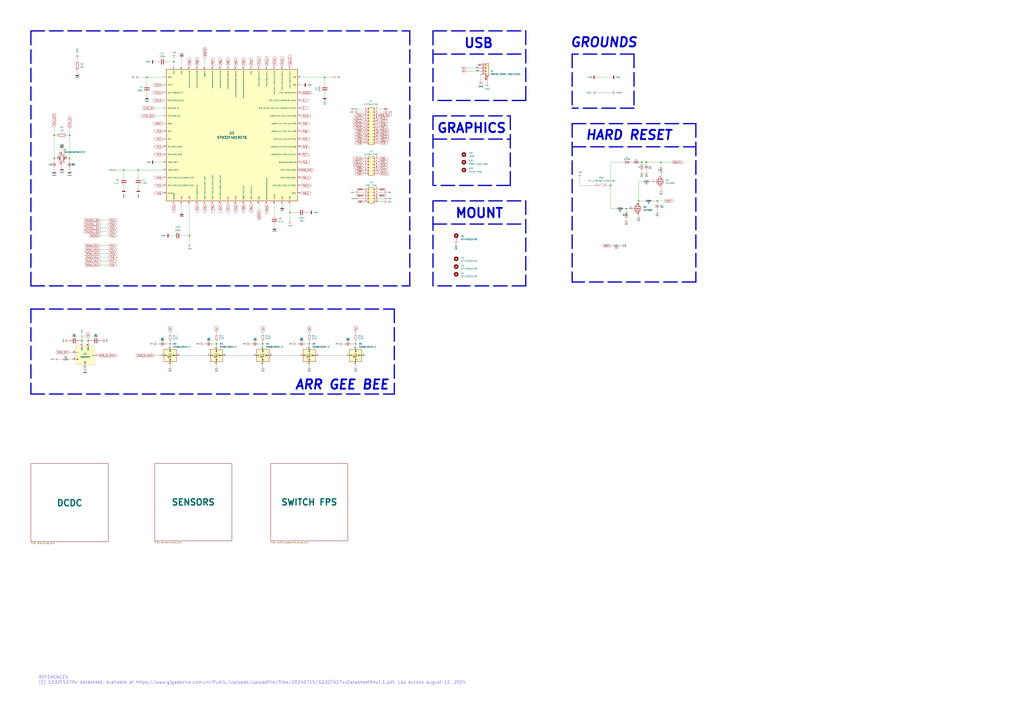
<source format=kicad_sch>
(kicad_sch (version 20231120) (generator "eeschema") (generator_version "8.0")
  (paper "A1")
  (title_block (title "Mode SeventyFive PCB schematic") (date "2022-02-10") (rev "v1.1.2") (company "Designed by Gondolindrim") (comment 1 "For Mode Designs"))
  (junction (at 44.45 111.125))
  (junction (at 266.7 63.5))
  (junction (at 101.6 139.7))
  (junction (at 57.15 111.125))
  (junction (at 120.65 63.5))
  (junction (at 215.9 282.575) (diameter 0.9144))
  (junction (at 524.51 165.1))
  (junction (at 530.86 133.35) (diameter 1.016))
  (junction (at 139.7 282.575) (diameter 0.9144))
  (junction (at 72.39 280.035) (diameter 1.016))
  (junction (at 177.8 282.575) (diameter 0.9144))
  (junction (at 254 282.575) (diameter 0.9144))
  (junction (at 57.15 130.175) (diameter 0.9144))
  (junction (at 142.875 50.8))
  (junction (at 238.125 174.625))
  (junction (at 113.665 139.7))
  (junction (at 539.75 165.1))
  (junction (at 501.65 152.4))
  (junction (at 155.575 193.675))
  (junction (at 527.05 133.35) (diameter 1.016))
  (junction (at 44.45 130.175) (diameter 0.9144))
  (junction (at 67.31 280.035) (diameter 1.016))
  (junction (at 542.925 133.35))
  (junction (at 514.35 171.45))
  (junction (at 292.1 282.575) (diameter 0.9144))
  (wire (pts (xy 130.81 282.575) (xy 128.905 282.575)))
  (wire (pts (xy 64.77 280.035) (xy 67.31 280.035)))
  (wire (pts (xy 524.51 176.53) (xy 524.51 177.8)))
  (wire (pts (xy 243.84 174.625) (xy 238.125 174.625)))
  (polyline (pts (xy 355.6 114.3) (xy 419.1 114.3)) (stroke (width 1.016) (type dash)))
  (wire (pts (xy 82.55 217.805) (xy 88.9 217.805)))
  (wire (pts (xy 508.635 201.93) (xy 510.54 201.93)))
  (wire (pts (xy 82.55 205.105) (xy 88.9 205.105)))
  (wire (pts (xy 489.585 76.2) (xy 502.285 76.2)))
  (polyline (pts (xy 355.6 25.4) (xy 431.8 25.4)) (stroke (width 1.016) (type dash)))
  (wire (pts (xy 72.39 280.035) (xy 72.39 281.94)))
  (wire (pts (xy 524.51 165.1) (xy 524.51 149.225)))
  (wire (pts (xy 535.305 165.1) (xy 539.75 165.1)))
  (wire (pts (xy 54.61 111.125) (xy 57.15 111.125)))
  (wire (pts (xy 185.42 292.1) (xy 208.28 292.1)))
  (polyline (pts (xy 355.6 184.15) (xy 431.165 184.15)) (stroke (width 1.016) (type dash)))
  (wire (pts (xy 139.7 299.72) (xy 139.7 301.625)))
  (polyline (pts (xy 336.55 234.95) (xy 336.55 25.4)) (stroke (width 1.016) (type dash)))
  (wire (pts (xy 142.875 54.61) (xy 142.875 50.8)))
  (wire (pts (xy 127 292.1) (xy 132.08 292.1)))
  (wire (pts (xy 120.65 79.375) (xy 120.65 76.835)))
  (wire (pts (xy 254 299.72) (xy 254 301.625)))
  (wire (pts (xy 292.1 299.72) (xy 292.1 301.625)))
  (wire (pts (xy 501.65 133.35) (xy 511.175 133.35)))
  (polyline (pts (xy 469.9 101.6) (xy 469.9 231.775)) (stroke (width 1.016) (type dash)))
  (wire (pts (xy 155.575 193.675) (xy 149.86 193.675)))
  (polyline (pts (xy 355.6 44.45) (xy 431.165 44.45)) (stroke (width 1.016) (type dash)))
  (wire (pts (xy 400.05 66.04) (xy 400.05 68.58)))
  (wire (pts (xy 501.65 152.4) (xy 501.65 171.45)))
  (wire (pts (xy 57.15 140.335) (xy 57.15 137.795)))
  (wire (pts (xy 137.16 50.8) (xy 142.875 50.8)))
  (wire (pts (xy 168.91 282.575) (xy 167.005 282.575)))
  (wire (pts (xy 266.7 63.5) (xy 273.05 63.5)))
  (wire (pts (xy 177.8 299.72) (xy 177.8 301.625)))
  (wire (pts (xy 524.51 165.1) (xy 524.51 166.37)))
  (wire (pts (xy 67.31 280.035) (xy 67.31 281.94)))
  (wire (pts (xy 215.9 282.575) (xy 215.9 284.48)))
  (wire (pts (xy 294.64 158.115) (xy 298.45 158.115)))
  (polyline (pts (xy 571.5 231.775) (xy 469.9 231.775)) (stroke (width 1.016) (type dash)))
  (wire (pts (xy 254 174.625) (xy 251.46 174.625)))
  (wire (pts (xy 314.96 165.735) (xy 311.15 165.735)))
  (polyline (pts (xy 571.5 101.6) (xy 571.5 231.775)) (stroke (width 1.016) (type dash)))
  (wire (pts (xy 177.8 280.035) (xy 177.8 282.575)))
  (wire (pts (xy 394.97 60.96) (xy 394.97 66.675)))
  (wire (pts (xy 501.65 133.35) (xy 501.65 152.4)))
  (polyline (pts (xy 355.6 95.25) (xy 419.1 95.25)) (stroke (width 1.016) (type dash)))
  (wire (pts (xy 50.8 137.795) (xy 50.8 135.255)))
  (wire (pts (xy 294.64 163.195) (xy 298.45 163.195)))
  (wire (pts (xy 82.55 208.28) (xy 88.9 208.28)))
  (wire (pts (xy 57.15 130.175) (xy 54.61 130.175)))
  (polyline (pts (xy 355.6 234.95) (xy 355.6 165.1)) (stroke (width 1.016) (type dash)))
  (wire (pts (xy 72.39 280.035) (xy 72.39 278.13)))
  (wire (pts (xy 155.575 167.64) (xy 155.575 193.675)))
  (wire (pts (xy 177.8 282.575) (xy 177.8 284.48)))
  (wire (pts (xy 247.015 69.85) (xy 248.92 69.85)))
  (wire (pts (xy 542.925 142.24) (xy 542.925 144.145)))
  (polyline (pts (xy 419.1 152.4) (xy 355.6 152.4)) (stroke (width 1.016) (type dash)))
  (wire (pts (xy 139.7 273.05) (xy 139.7 274.955)))
  (wire (pts (xy 57.15 111.125) (xy 57.15 130.175)))
  (wire (pts (xy 476.25 146.05) (xy 476.25 152.4)))
  (wire (pts (xy 530.86 133.35) (xy 530.86 134.62)))
  (wire (pts (xy 514.35 171.45) (xy 516.89 171.45)))
  (polyline (pts (xy 25.4 234.95) (xy 25.4 25.4)) (stroke (width 1.016) (type dash)))
  (wire (pts (xy 533.4 149.225) (xy 535.305 149.225)))
  (wire (pts (xy 261.62 292.1) (xy 284.48 292.1)))
  (wire (pts (xy 44.45 111.125) (xy 44.45 130.175)))
  (wire (pts (xy 527.05 139.7) (xy 527.05 141.605)))
  (wire (pts (xy 539.75 165.1) (xy 546.1 165.1)))
  (polyline (pts (xy 25.4 323.85) (xy 323.85 323.85)) (stroke (width 1.016) (type dash)))
  (polyline (pts (xy 419.1 95.25) (xy 419.1 152.4)) (stroke (width 1.016) (type dash)))
  (wire (pts (xy 44.45 111.125) (xy 46.99 111.125)))
  (polyline (pts (xy 469.9 120.65) (xy 571.5 120.65)) (stroke (width 1.016) (type dash)))
  (wire (pts (xy 498.475 152.4) (xy 501.65 152.4)))
  (wire (pts (xy 173.99 282.575) (xy 177.8 282.575)))
  (wire (pts (xy 503.555 201.93) (xy 502.285 201.93)))
  (wire (pts (xy 238.125 167.64) (xy 238.125 174.625)))
  (wire (pts (xy 207.01 282.575) (xy 205.105 282.575)))
  (wire (pts (xy 294.005 92.075) (xy 298.45 92.075)))
  (wire (pts (xy 254 282.575) (xy 254 284.48)))
  (wire (pts (xy 139.7 280.035) (xy 139.7 282.575)))
  (wire (pts (xy 292.1 273.05) (xy 292.1 274.955)))
  (wire (pts (xy 177.8 273.05) (xy 177.8 274.955)))
  (wire (pts (xy 223.52 292.1) (xy 246.38 292.1)))
  (wire (pts (xy 120.65 63.5) (xy 133.985 63.5)))
  (wire (pts (xy 67.31 278.13) (xy 67.31 280.035)))
  (wire (pts (xy 120.65 63.5) (xy 120.65 69.215)))
  (wire (pts (xy 539.75 167.005) (xy 539.75 165.1)))
  (wire (pts (xy 44.45 132.715) (xy 44.45 130.175)))
  (polyline (pts (xy 25.4 254) (xy 323.85 254)) (stroke (width 1.016) (type dash)))
  (wire (pts (xy 101.6 139.7) (xy 113.665 139.7)))
  (wire (pts (xy 266.7 79.375) (xy 266.7 76.835)))
  (wire (pts (xy 44.45 140.335) (xy 44.45 137.795)))
  (polyline (pts (xy 469.9 101.6) (xy 571.5 101.6)) (stroke (width 1.016) (type dash)))
  (wire (pts (xy 315.595 92.075) (xy 311.15 92.075)))
  (wire (pts (xy 283.21 282.575) (xy 281.305 282.575)))
  (wire (pts (xy 315.595 89.535) (xy 311.15 89.535)))
  (wire (pts (xy 155.575 200.025) (xy 155.575 193.675)))
  (wire (pts (xy 314.96 158.115) (xy 311.15 158.115)))
  (polyline (pts (xy 355.6 95.25) (xy 355.6 152.4)) (stroke (width 1.016) (type dash)))
  (wire (pts (xy 254 273.05) (xy 254 274.955)))
  (wire (pts (xy 57.15 289.56) (xy 59.69 289.56)))
  (wire (pts (xy 382.905 58.42) (xy 394.97 58.42)))
  (wire (pts (xy 542.925 133.35) (xy 542.925 137.16)))
  (wire (pts (xy 57.15 132.715) (xy 57.15 130.175)))
  (wire (pts (xy 82.55 187.325) (xy 88.9 187.325)))
  (wire (pts (xy 44.45 104.775) (xy 44.45 111.125)))
  (wire (pts (xy 314.96 163.195) (xy 311.15 163.195)))
  (polyline (pts (xy 469.9 44.45) (xy 469.9 88.9)) (stroke (width 1.016) (type dash)))
  (wire (pts (xy 95.25 139.7) (xy 101.6 139.7)))
  (polyline (pts (xy 520.7 44.45) (xy 469.9 44.45)) (stroke (width 1.016) (type dash)))
  (wire (pts (xy 147.32 292.1) (xy 170.18 292.1)))
  (wire (pts (xy 82.55 214.63) (xy 88.9 214.63)))
  (wire (pts (xy 245.11 282.575) (xy 243.205 282.575)))
  (wire (pts (xy 82.55 211.455) (xy 88.9 211.455)))
  (wire (pts (xy 292.1 282.575) (xy 292.1 284.48)))
  (polyline (pts (xy 520.7 44.45) (xy 520.7 88.9)) (stroke (width 1.016) (type dash)))
  (wire (pts (xy 514.35 173.99) (xy 514.35 171.45)))
  (wire (pts (xy 514.35 180.975) (xy 514.35 179.07)))
  (wire (pts (xy 292.1 280.035) (xy 292.1 282.575)))
  (wire (pts (xy 168.275 47.625) (xy 168.275 54.61)))
  (wire (pts (xy 542.925 156.21) (xy 542.925 154.305)))
  (wire (pts (xy 44.45 130.175) (xy 46.99 130.175)))
  (wire (pts (xy 82.55 184.15) (xy 88.9 184.15)))
  (polyline (pts (xy 431.8 82.55) (xy 355.6 82.55)) (stroke (width 1.016) (type dash)))
  (wire (pts (xy 139.7 282.575) (xy 139.7 284.48)))
  (wire (pts (xy 294.005 89.535) (xy 298.45 89.535)))
  (wire (pts (xy 50.8 122.555) (xy 50.8 125.095)))
  (wire (pts (xy 539.75 173.99) (xy 539.75 172.085)))
  (wire (pts (xy 212.09 282.575) (xy 215.9 282.575)))
  (wire (pts (xy 55.88 280.035) (xy 57.15 280.035)))
  (wire (pts (xy 139.7 193.675) (xy 142.24 193.675)))
  (wire (pts (xy 518.795 133.35) (xy 520.065 133.35)))
  (wire (pts (xy 82.55 201.93) (xy 88.9 201.93)))
  (wire (pts (xy 63.5 47.625) (xy 63.5 50.165)))
  (wire (pts (xy 247.015 63.5) (xy 266.7 63.5)))
  (wire (pts (xy 514.35 171.45) (xy 511.81 171.45)))
  (wire (pts (xy 530.86 139.7) (xy 530.86 141.605)))
  (wire (pts (xy 524.51 165.1) (xy 530.225 165.1)))
  (wire (pts (xy 142.875 50.8) (xy 142.875 47.625)))
  (wire (pts (xy 250.19 282.575) (xy 254 282.575)))
  (wire (pts (xy 83.82 280.035) (xy 82.55 280.035)))
  (wire (pts (xy 288.29 282.575) (xy 292.1 282.575)))
  (wire (pts (xy 530.86 133.35) (xy 542.925 133.35)))
  (wire (pts (xy 127 88.9) (xy 133.985 88.9)))
  (wire (pts (xy 212.725 167.64) (xy 212.725 172.085)))
  (polyline (pts (xy 25.4 234.95) (xy 336.55 234.95)) (stroke (width 1.016) (type dash)))
  (wire (pts (xy 527.05 133.35) (xy 527.05 134.62)))
  (wire (pts (xy 231.775 167.64) (xy 231.775 169.545)))
  (wire (pts (xy 215.9 273.05) (xy 215.9 274.955)))
  (wire (pts (xy 135.89 282.575) (xy 139.7 282.575)))
  (wire (pts (xy 382.905 55.88) (xy 394.97 55.88)))
  (wire (pts (xy 489.585 63.5) (xy 502.285 63.5)))
  (wire (pts (xy 254 280.035) (xy 254 282.575)))
  (wire (pts (xy 476.25 152.4) (xy 488.315 152.4)))
  (wire (pts (xy 57.15 104.775) (xy 57.15 111.125)))
  (wire (pts (xy 113.665 139.7) (xy 133.985 139.7)))
  (wire (pts (xy 525.145 133.35) (xy 527.05 133.35)))
  (wire (pts (xy 530.86 133.35) (xy 527.05 133.35)))
  (wire (pts (xy 238.125 174.625) (xy 238.125 180.975)))
  (wire (pts (xy 63.5 57.785) (xy 63.5 60.325)))
  (wire (pts (xy 127 50.8) (xy 129.54 50.8)))
  (polyline (pts (xy 323.85 254) (xy 323.85 323.85)) (stroke (width 1.016) (type dash)))
  (polyline (pts (xy 355.6 165.1) (xy 431.8 165.1)) (stroke (width 1.016) (type dash)))
  (wire (pts (xy 82.55 193.675) (xy 88.9 193.675)))
  (wire (pts (xy 82.55 190.5) (xy 88.9 190.5)))
  (wire (pts (xy 48.26 295.275) (xy 51.435 295.275)))
  (wire (pts (xy 127 95.25) (xy 133.985 95.25)))
  (wire (pts (xy 225.425 167.64) (xy 225.425 177.165)))
  (wire (pts (xy 266.7 69.215) (xy 266.7 63.5)))
  (wire (pts (xy 506.73 171.45) (xy 501.65 171.45)))
  (wire (pts (xy 101.6 155.575) (xy 101.6 153.035)))
  (polyline (pts (xy 431.8 25.4) (xy 431.8 82.55)) (stroke (width 1.016) (type dash)))
  (wire (pts (xy 133.985 133.35) (xy 127 133.35)))
  (polyline (pts (xy 355.6 82.55) (xy 355.6 25.4)) (stroke (width 1.016) (type dash)))
  (wire (pts (xy 101.6 139.7) (xy 101.6 145.415)))
  (wire (pts (xy 113.665 155.575) (xy 113.665 153.035)))
  (polyline (pts (xy 25.4 254) (xy 25.4 323.85)) (stroke (width 1.016) (type dash)))
  (wire (pts (xy 149.225 47.625) (xy 149.225 54.61)))
  (polyline (pts (xy 431.8 165.1) (xy 431.8 234.95)) (stroke (width 1.016) (type dash)))
  (wire (pts (xy 114.3 63.5) (xy 120.65 63.5)))
  (wire (pts (xy 542.925 133.35) (xy 552.45 133.35)))
  (wire (pts (xy 74.93 280.035) (xy 72.39 280.035)))
  (wire (pts (xy 215.9 299.72) (xy 215.9 301.625)))
  (polyline (pts (xy 520.7 88.9) (xy 469.9 88.9)) (stroke (width 1.016) (type dash)))
  (wire (pts (xy 56.515 295.275) (xy 59.69 295.275)))
  (polyline (pts (xy 431.8 234.95) (xy 355.6 234.95)) (stroke (width 1.016) (type dash)))
  (wire (pts (xy 225.425 184.785) (xy 225.425 186.69)))
  (wire (pts (xy 113.665 139.7) (xy 113.665 145.415)))
  (wire (pts (xy 149.225 167.64) (xy 149.225 174.625)))
  (wire (pts (xy 524.51 149.225) (xy 528.32 149.225)))
  (polyline (pts (xy 25.4 25.4) (xy 336.55 25.4)) (stroke (width 1.016) (type dash)))
  (wire (pts (xy 215.9 280.035) (xy 215.9 282.575)))
  (wire (pts (xy 80.01 292.1) (xy 81.28 292.1)))
  (wire (pts (xy 82.55 180.975) (xy 88.9 180.975)))
  (text "MOUNT" (at 393.7 175.26 0) (effects (font (size 7.62 7.62) (thickness 1.524) (bold yes))))
  (text "ARR GEE BEE" (at 320.04 316.23 0) (effects (font (size 7.62 7.62) (thickness 1.524) (bold yes) (italic yes)) (justify right)))
  (text "GRAPHICS" (at 387.35 105.41 0) (effects (font (size 7.62 7.62) (thickness 1.524) (bold yes))))
  (text "REFERENCES\n[1] GD32F527Rx datasheet. Available at https://www.gigadevice.com.cn/Public/Uploads/uploadfile/files/20240715/GD32F527xxDatasheetRev1.1.pdf. Las access august 12, 2024" (at 31.75 558.8 0) (effects (font (size 2.54 2.54)) (justify left)))
  (text "USB" (at 393.065 35.56 0) (effects (font (size 7.62 7.62) (thickness 1.524) (bold yes))))
  (text "HARD RESET" (at 552.45 115.57 0) (effects (font (size 7.62 7.62) (thickness 1.524) (bold yes) (italic yes)) (justify right bottom)))
  (text "GROUNDS" (at 495.935 34.925 0) (effects (font (size 7.62 7.62) (thickness 1.524) (bold yes) (italic yes))))
  (label "DB_D-" (at 393.7 55.88 180) (effects (font (size 0.508 0.508))))
  (label "DB_D+" (at 393.7 58.42 180) (effects (font (size 0.508 0.508))))
  (global_label "ROW0_MUX" (shape input) (at 82.55 201.93 180) (property "Intersheetrefs" "${INTERSHEET_REFS}" (effects (hide yes))))
  (global_label "PA5" (shape bidirectional) (at 88.9 217.805 0) (property "Intersheetrefs" "${INTERSHEET_REFS}" (effects (hide yes))))
  (global_label "PC14" (shape bidirectional) (at 133.985 76.2 180) (property "Intersheetrefs" "${INTERSHEET_REFS}" (effects (hide yes))))
  (global_label "PB14" (shape bidirectional) (at 311.15 114.935 0) (property "Intersheetrefs" "${INTERSHEET_REFS}" (effects (hide yes))))
  (global_label "PC13" (shape bidirectional) (at 298.45 135.255 180) (property "Intersheetrefs" "${INTERSHEET_REFS}" (effects (hide yes))))
  (global_label "PA15" (shape bidirectional) (at 298.45 104.775 180) (property "Intersheetrefs" "${INTERSHEET_REFS}" (effects (hide yes))))
  (global_label "PB9" (shape bidirectional) (at 298.45 137.795 180) (property "Intersheetrefs" "${INTERSHEET_REFS}" (effects (hide yes))))
  (global_label "PC7" (shape bidirectional) (at 311.15 99.695 0) (property "Intersheetrefs" "${INTERSHEET_REFS}" (effects (hide yes))))
  (global_label "PA2" (shape bidirectional) (at 88.9 187.325 0) (property "Intersheetrefs" "${INTERSHEET_REFS}" (effects (hide yes))))
  (global_label "PD2" (shape bidirectional) (at 298.45 94.615 180) (property "Intersheetrefs" "${INTERSHEET_REFS}" (effects (hide yes))))
  (global_label "BOOT1" (shape bidirectional) (at 502.285 201.93 180) (effects (font (size 1.016 1.016))) (property "Intersheetrefs" "${INTERSHEET_REFS}" (effects (hide yes))))
  (global_label "RGB_3V3" (shape output) (at 311.15 94.615 0) (property "Intersheetrefs" "${INTERSHEET_REFS}" (effects (hide yes))))
  (global_label "PB13" (shape bidirectional) (at 247.015 152.4 0) (property "Intersheetrefs" "${INTERSHEET_REFS}" (effects (hide yes))))
  (global_label "PB1" (shape bidirectional) (at 206.375 167.64 270) (property "Intersheetrefs" "${INTERSHEET_REFS}" (effects (hide yes))))
  (global_label "PC12" (shape bidirectional) (at 212.725 54.61 90) (property "Intersheetrefs" "${INTERSHEET_REFS}" (effects (hide yes))))
  (global_label "BOOT0" (shape output) (at 552.45 133.35 0) (property "Intersheetrefs" "${INTERSHEET_REFS}" (effects (hide yes))))
  (global_label "PB9" (shape bidirectional) (at 155.575 54.61 90) (property "Intersheetrefs" "${INTERSHEET_REFS}" (effects (hide yes))))
  (global_label "PC8" (shape bidirectional) (at 311.15 102.235 0) (property "Intersheetrefs" "${INTERSHEET_REFS}" (effects (hide yes))))
  (global_label "PC5" (shape bidirectional) (at 88.9 208.28 0) (property "Intersheetrefs" "${INTERSHEET_REFS}" (effects (hide yes))))
  (global_label "PA3" (shape bidirectional) (at 88.9 190.5 0) (property "Intersheetrefs" "${INTERSHEET_REFS}" (effects (hide yes))))
  (global_label "SWCLK" (shape bidirectional) (at 238.125 54.61 90) (property "Intersheetrefs" "${INTERSHEET_REFS}" (effects (hide yes))))
  (global_label "PC2" (shape bidirectional) (at 311.15 140.335 0) (property "Intersheetrefs" "${INTERSHEET_REFS}" (effects (hide yes))))
  (global_label "PC6" (shape bidirectional) (at 247.015 133.35 0) (property "Intersheetrefs" "${INTERSHEET_REFS}" (effects (hide yes))))
  (global_label "RGB_3V3" (shape output) (at 247.015 139.7 0) (property "Intersheetrefs" "${INTERSHEET_REFS}" (effects (hide yes))))
  (global_label "BOOT0" (shape input) (at 298.45 160.655 180) (effects (font (size 0.762 0.762))) (property "Intersheetrefs" "${INTERSHEET_REFS}" (effects (hide yes))))
  (global_label "D-" (shape bidirectional) (at 382.905 55.88 180) (effects (font (size 0.762 0.762))) (property "Intersheetrefs" "${INTERSHEET_REFS}" (effects (hide yes))))
  (global_label "PB14" (shape bidirectional) (at 247.015 146.05 0) (property "Intersheetrefs" "${INTERSHEET_REFS}" (effects (hide yes))))
  (global_label "5V" (shape input) (at 177.8 273.05 90) (property "Intersheetrefs" "${INTERSHEET_REFS}" (effects (hide yes))))
  (global_label "PA4" (shape bidirectional) (at 88.9 201.93 0) (property "Intersheetrefs" "${INTERSHEET_REFS}" (effects (hide yes))))
  (global_label "ROW2_MUX" (shape input) (at 82.55 208.28 180) (property "Intersheetrefs" "${INTERSHEET_REFS}" (effects (hide yes))))
  (global_label "PB3" (shape bidirectional) (at 298.45 112.395 180) (property "Intersheetrefs" "${INTERSHEET_REFS}" (effects (hide yes))))
  (global_label "ROW5_MUX" (shape input) (at 82.55 217.805 180) (property "Intersheetrefs" "${INTERSHEET_REFS}" (effects (hide yes))))
  (global_label "NRST" (shape input) (at 298.45 165.735 180) (effects (font (size 0.762 0.762))) (property "Intersheetrefs" "${INTERSHEET_REFS}" (effects (hide yes))))
  (global_label "PC11" (shape bidirectional) (at 298.45 99.695 180) (property "Intersheetrefs" "${INTERSHEET_REFS}" (effects (hide yes))))
  (global_label "PC13" (shape bidirectional) (at 133.985 69.85 180) (property "Intersheetrefs" "${INTERSHEET_REFS}" (effects (hide yes))))
  (global_label "PB7" (shape bidirectional) (at 174.625 54.61 90) (property "Intersheetrefs" "${INTERSHEET_REFS}" (effects (hide yes))))
  (global_label "PC9" (shape bidirectional) (at 247.015 114.3 0) (property "Intersheetrefs" "${INTERSHEET_REFS}" (effects (hide yes))))
  (global_label "PB4" (shape bidirectional) (at 193.675 54.61 90) (property "Intersheetrefs" "${INTERSHEET_REFS}" (effects (hide yes))))
  (global_label "PA8" (shape bidirectional) (at 298.45 117.475 180) (property "Intersheetrefs" "${INTERSHEET_REFS}" (effects (hide yes))))
  (global_label "PC9" (shape bidirectional) (at 311.15 117.475 0) (property "Intersheetrefs" "${INTERSHEET_REFS}" (effects (hide yes))))
  (global_label "PB6" (shape bidirectional) (at 311.15 130.175 0) (property "Intersheetrefs" "${INTERSHEET_REFS}" (effects (hide yes))))
  (global_label "PA1" (shape bidirectional) (at 88.9 193.675 0) (property "Intersheetrefs" "${INTERSHEET_REFS}" (effects (hide yes))))
  (global_label "PB1" (shape bidirectional) (at 311.15 104.775 0) (property "Intersheetrefs" "${INTERSHEET_REFS}" (effects (hide yes))))
  (global_label "D+" (shape bidirectional) (at 247.015 82.55 0) (property "Intersheetrefs" "${INTERSHEET_REFS}" (effects (hide yes))))
  (global_label "MUXSEL_S1" (shape input) (at 82.55 184.15 180) (property "Intersheetrefs" "${INTERSHEET_REFS}" (effects (hide yes))))
  (global_label "PC6" (shape bidirectional) (at 311.15 97.155 0) (property "Intersheetrefs" "${INTERSHEET_REFS}" (effects (hide yes))))
  (global_label "PA10" (shape bidirectional) (at 247.015 95.25 0) (property "Intersheetrefs" "${INTERSHEET_REFS}" (effects (hide yes))))
  (global_label "5V" (shape input) (at 72.39 278.13 90) (property "Intersheetrefs" "${INTERSHEET_REFS}" (effects (hide yes))))
  (global_label "SWCLK" (shape input) (at 311.15 155.575 0) (effects (font (size 0.762 0.762))) (property "Intersheetrefs" "${INTERSHEET_REFS}" (effects (hide yes))))
  (global_label "BOOT0" (shape input) (at 168.275 47.625 90) (property "Intersheetrefs" "${INTERSHEET_REFS}" (effects (hide yes))))
  (global_label "SWDIO" (shape bidirectional) (at 247.015 76.2 0) (property "Intersheetrefs" "${INTERSHEET_REFS}" (effects (hide yes))))
  (global_label "PA8" (shape bidirectional) (at 247.015 107.95 0) (property "Intersheetrefs" "${INTERSHEET_REFS}" (effects (hide yes))))
  (global_label "PB6" (shape bidirectional) (at 180.975 54.61 90) (property "Intersheetrefs" "${INTERSHEET_REFS}" (effects (hide yes))))
  (global_label "5V" (shape input) (at 215.9 273.05 90) (property "Intersheetrefs" "${INTERSHEET_REFS}" (effects (hide yes))))
  (global_label "XTAL_IN" (shape output) (at 57.15 104.775 90) (property "Intersheetrefs" "${INTERSHEET_REFS}" (effects (hide yes))))
  (global_label "PC10" (shape bidirectional) (at 298.45 102.235 180) (property "Intersheetrefs" "${INTERSHEET_REFS}" (effects (hide yes))))
  (global_label "XTAL_IN" (shape input) (at 127 88.9 180) (property "Intersheetrefs" "${INTERSHEET_REFS}" (effects (hide yes))))
  (global_label "XTAL_OUT" (shape input) (at 44.45 104.775 90) (property "Intersheetrefs" "${INTERSHEET_REFS}" (effects (hide yes))))
  (global_label "PA5" (shape bidirectional) (at 168.275 167.64 270) (property "Intersheetrefs" "${INTERSHEET_REFS}" (effects (hide yes))))
  (global_label "PC5" (shape bidirectional) (at 193.675 167.64 270) (property "Intersheetrefs" "${INTERSHEET_REFS}" (effects (hide yes))))
  (global_label "PC14" (shape bidirectional) (at 298.45 132.715 180) (property "Intersheetrefs" "${INTERSHEET_REFS}" (effects (hide yes))))
  (global_label "PC11" (shape bidirectional) (at 219.075 54.61 90) (property "Intersheetrefs" "${INTERSHEET_REFS}" (effects (hide yes))))
  (global_label "RGB_5V_MAIN" (shape input) (at 127 292.1 180) (property "Intersheetrefs" "${INTERSHEET_REFS}" (effects (hide yes))))
  (global_label "MUXEN" (shape input) (at 82.55 193.675 180) (property "Intersheetrefs" "${INTERSHEET_REFS}" (effects (hide yes))))
  (global_label "ROW4_MUX" (shape input) (at 82.55 214.63 180) (property "Intersheetrefs" "${INTERSHEET_REFS}" (effects (hide yes))))
  (global_label "BOOT1" (shape input) (at 311.15 160.655 0) (effects (font (size 0.762 0.762))) (property "Intersheetrefs" "${INTERSHEET_REFS}" (effects (hide yes))))
  (global_label "PC3" (shape bidirectional) (at 88.9 180.975 0) (property "Intersheetrefs" "${INTERSHEET_REFS}" (effects (hide yes))))
  (global_label "PA15" (shape bidirectional) (at 231.775 54.61 90) (property "Intersheetrefs" "${INTERSHEET_REFS}" (effects (hide yes))))
  (global_label "PC4" (shape bidirectional) (at 88.9 205.105 0) (property "Intersheetrefs" "${INTERSHEET_REFS}" (effects (hide yes))))
  (global_label "PC12" (shape bidirectional) (at 298.45 97.155 180) (property "Intersheetrefs" "${INTERSHEET_REFS}" (effects (hide yes))))
  (global_label "PC15" (shape bidirectional) (at 298.45 130.175 180) (property "Intersheetrefs" "${INTERSHEET_REFS}" (effects (hide yes))))
  (global_label "PA9" (shape bidirectional) (at 247.015 101.6 0) (property "Intersheetrefs" "${INTERSHEET_REFS}" (effects (hide yes))))
  (global_label "PB10" (shape bidirectional) (at 219.075 167.64 270) (property "Intersheetrefs" "${INTERSHEET_REFS}" (effects (hide yes))))
  (global_label "PA0" (shape bidirectional) (at 133.985 146.05 180) (property "Intersheetrefs" "${INTERSHEET_REFS}" (effects (hide yes))))
  (global_label "PB5" (shape bidirectional) (at 298.45 107.315 180) (property "Intersheetrefs" "${INTERSHEET_REFS}" (effects (hide yes))))
  (global_label "5V" (shape output) (at 394.97 53.34 180) (effects (font (size 0.762 0.762))) (property "Intersheetrefs" "${INTERSHEET_REFS}" (effects (hide yes))))
  (global_label "PC8" (shape bidirectional) (at 247.015 120.65 0) (property "Intersheetrefs" "${INTERSHEET_REFS}" (effects (hide yes))))
  (global_label "PB5" (shape bidirectional) (at 187.325 54.61 90) (property "Intersheetrefs" "${INTERSHEET_REFS}" (effects (hide yes))))
  (global_label "PA6" (shape bidirectional) (at 88.9 211.455 0) (property "Intersheetrefs" "${INTERSHEET_REFS}" (effects (hide yes))))
  (global_label "PC15" (shape bidirectional) (at 133.985 82.55 180) (property "Intersheetrefs" "${INTERSHEET_REFS}" (effects (hide yes))))
  (global_label "PD2" (shape bidirectional) (at 206.375 54.61 90) (property "Intersheetrefs" "${INTERSHEET_REFS}" (effects (hide yes))))
  (global_label "PC7" (shape bidirectional) (at 247.015 127 0) (property "Intersheetrefs" "${INTERSHEET_REFS}" (effects (hide yes))))
  (global_label "PA7" (shape bidirectional) (at 88.9 214.63 0) (property "Intersheetrefs" "${INTERSHEET_REFS}" (effects (hide yes))))
  (global_label "5V" (shape input) (at 254 273.05 90) (property "Intersheetrefs" "${INTERSHEET_REFS}" (effects (hide yes))))
  (global_label "MUXSEL_S0" (shape input) (at 82.55 180.975 180) (property "Intersheetrefs" "${INTERSHEET_REFS}" (effects (hide yes))))
  (global_label "PB12" (shape bidirectional) (at 247.015 158.75 0) (property "Intersheetrefs" "${INTERSHEET_REFS}" (effects (hide yes))))
  (global_label "PB4" (shape bidirectional) (at 298.45 109.855 180) (property "Intersheetrefs" "${INTERSHEET_REFS}" (effects (hide yes))))
  (global_label "PC0" (shape bidirectional) (at 311.15 135.255 0) (property "Intersheetrefs" "${INTERSHEET_REFS}" (effects (hide yes))))
  (global_label "PC10" (shape bidirectional) (at 225.425 54.61 90) (property "Intersheetrefs" "${INTERSHEET_REFS}" (effects (hide yes))))
  (global_label "NRST" (shape bidirectional) (at 133.985 101.6 180) (property "Intersheetrefs" "${INTERSHEET_REFS}" (effects (hide yes))))
  (global_label "PA1" (shape bidirectional) (at 133.985 152.4 180) (property "Intersheetrefs" "${INTERSHEET_REFS}" (effects (hide yes))))
  (global_label "PA4" (shape bidirectional) (at 161.925 167.64 270) (property "Intersheetrefs" "${INTERSHEET_REFS}" (effects (hide yes))))
  (global_label "NRST" (shape output) (at 546.1 165.1 0) (property "Intersheetrefs" "${INTERSHEET_REFS}" (effects (hide yes))))
  (global_label "PA9" (shape bidirectional) (at 298.45 114.935 180) (property "Intersheetrefs" "${INTERSHEET_REFS}" (effects (hide yes))))
  (global_label "PA3" (shape bidirectional) (at 142.875 167.64 270) (property "Intersheetrefs" "${INTERSHEET_REFS}" (effects (hide yes))))
  (global_label "PA2" (shape bidirectional) (at 133.985 158.75 180) (property "Intersheetrefs" "${INTERSHEET_REFS}" (effects (hide yes))))
  (global_label "PB0" (shape bidirectional) (at 200.025 167.64 270) (property "Intersheetrefs" "${INTERSHEET_REFS}" (effects (hide yes))))
  (global_label "PA6" (shape bidirectional) (at 174.625 167.64 270) (property "Intersheetrefs" "${INTERSHEET_REFS}" (effects (hide yes))))
  (global_label "MUXSEL_S2" (shape input) (at 82.55 187.325 180) (property "Intersheetrefs" "${INTERSHEET_REFS}" (effects (hide yes))))
  (global_label "PB8" (shape bidirectional) (at 161.925 54.61 90) (property "Intersheetrefs" "${INTERSHEET_REFS}" (effects (hide yes))))
  (global_label "ROW1_MUX" (shape input) (at 82.55 205.105 180) (property "Intersheetrefs" "${INTERSHEET_REFS}" (effects (hide yes))))
  (global_label "PC2" (shape bidirectional) (at 133.985 120.65 180) (property "Intersheetrefs" "${INTERSHEET_REFS}" (effects (hide yes))))
  (global_label "5V" (shape output) (at 315.595 89.535 0) (effects (font (size 0.762 0.762))) (property "Intersheetrefs" "${INTERSHEET_REFS}" (effects (hide yes))))
  (global_label "PC0" (shape bidirectional) (at 133.985 107.95 180) (property "Intersheetrefs" "${INTERSHEET_REFS}" (effects (hide yes))))
  (global_label "PB10" (shape bidirectional) (at 311.15 107.315 0) (property "Intersheetrefs" "${INTERSHEET_REFS}" (effects (hide yes))))
  (global_label "SWDIO" (shape input) (at 298.45 155.575 180) (effects (font (size 0.762 0.762))) (property "Intersheetrefs" "${INTERSHEET_REFS}" (effects (hide yes))))
  (global_label "PB3" (shape bidirectional) (at 200.025 54.61 90) (property "Intersheetrefs" "${INTERSHEET_REFS}" (effects (hide yes))))
  (global_label "PC4" (shape bidirectional) (at 187.325 167.64 270) (property "Intersheetrefs" "${INTERSHEET_REFS}" (effects (hide yes))))
  (global_label "PC1" (shape bidirectional) (at 311.15 137.795 0) (property "Intersheetrefs" "${INTERSHEET_REFS}" (effects (hide yes))))
  (global_label "RGB_5V_MAIN" (shape output) (at 81.28 292.1 0) (property "Intersheetrefs" "${INTERSHEET_REFS}" (effects (hide yes))))
  (global_label "PC1" (shape bidirectional) (at 133.985 114.3 180) (property "Intersheetrefs" "${INTERSHEET_REFS}" (effects (hide yes))))
  (global_label "PA7" (shape bidirectional) (at 180.975 167.64 270) (property "Intersheetrefs" "${INTERSHEET_REFS}" (effects (hide yes))))
  (global_label "PB12" (shape bidirectional) (at 311.15 109.855 0) (property "Intersheetrefs" "${INTERSHEET_REFS}" (effects (hide yes))))
  (global_label "D+" (shape bidirectional) (at 382.905 58.42 180) (effects (font (size 0.762 0.762))) (property "Intersheetrefs" "${INTERSHEET_REFS}" (effects (hide yes))))
  (global_label "PB13" (shape bidirectional) (at 311.15 112.395 0) (property "Intersheetrefs" "${INTERSHEET_REFS}" (effects (hide yes))))
  (global_label "PB8" (shape bidirectional) (at 298.45 140.335 180) (property "Intersheetrefs" "${INTERSHEET_REFS}" (effects (hide yes))))
  (global_label "BOOT1" (shape input) (at 212.725 172.085 270) (property "Intersheetrefs" "${INTERSHEET_REFS}" (effects (hide yes))))
  (global_label "PB7" (shape bidirectional) (at 311.15 132.715 0) (property "Intersheetrefs" "${INTERSHEET_REFS}" (effects (hide yes))))
  (global_label "D-" (shape bidirectional) (at 247.015 88.9 0) (property "Intersheetrefs" "${INTERSHEET_REFS}" (effects (hide yes))))
  (global_label "XTAL_OUT" (shape output) (at 127 95.25 180) (property "Intersheetrefs" "${INTERSHEET_REFS}" (effects (hide yes))))
  (global_label "PC3" (shape bidirectional) (at 133.985 127 180) (property "Intersheetrefs" "${INTERSHEET_REFS}" (effects (hide yes))))
  (global_label "PA10" (shape bidirectional) (at 311.15 142.875 0) (property "Intersheetrefs" "${INTERSHEET_REFS}" (effects (hide yes))))
  (global_label "ROW3_MUX" (shape input) (at 82.55 211.455 180) (property "Intersheetrefs" "${INTERSHEET_REFS}" (effects (hide yes))))
  (global_label "PA0" (shape bidirectional) (at 88.9 184.15 0) (property "Intersheetrefs" "${INTERSHEET_REFS}" (effects (hide yes))))
  (global_label "5V" (shape input) (at 292.1 273.05 90) (property "Intersheetrefs" "${INTERSHEET_REFS}" (effects (hide yes))))
  (global_label "5V" (shape input) (at 139.7 273.05 90) (property "Intersheetrefs" "${INTERSHEET_REFS}" (effects (hide yes))))
  (global_label "RGB_3V3" (shape input) (at 57.15 289.56 180) (property "Intersheetrefs" "${INTERSHEET_REFS}" (effects (hide yes))))
  (global_label "PB0" (shape bidirectional) (at 298.45 142.875 180) (property "Intersheetrefs" "${INTERSHEET_REFS}" (effects (hide yes))))
  (global_label "MUXSEL_S3" (shape input) (at 82.55 190.5 180) (property "Intersheetrefs" "${INTERSHEET_REFS}" (effects (hide yes))))
  (symbol (lib_id "Device:R_Small") (at 506.095 201.93 270) (unit 1)
    (property "Reference" "R10" (at 506.095 203.835 90) (effects (font (size 0.762 0.762))))
    (property "Value" "10k" (at 506.095 201.93 90) (effects (font (size 0.762 0.762))))
    (property "Footprint" "Resistor_SMD:R_0402_1005Metric" (effects (hide yes)))
    (property "Package" "R0402" (effects (hide yes)))
    (property "Manufacturer" "Uniroyal" (effects (hide yes)))
    (property "Manufacturer Part Number" "0402WGF1002TCE" (effects (hide yes)))
    (property "Vendor Part Number" "LCSC C25744" (effects (hide yes)))
    (property "Specification" "±1% 1/16W Thick Film Resistors 50V 0402" (effects (hide yes)))
  )
  (symbol (lib_id "power:GNDD") (at 57.15 140.335 0) (unit 1)
    (property "Reference" "#PWR019" (effects (hide yes)))
    (property "Value" "GNDD" (at 57.15 144.145 0) (effects (font (size 0.762 0.762))))
    (property "Description" "Power symbol creates a global label with name \"GNDD\" , digital ground" (effects (hide yes)))
  )
  (symbol (lib_id "power:GND") (at 63.5 47.625 180) (unit 1)
    (property "Reference" "#PWR01" (effects (hide yes)))
    (property "Value" "GND" (at 63.5 43.815 90) (effects (justify right)))
  )
  (symbol (lib_id "Connector_Generic:Conn_02x05_Odd_Even") (at 303.53 160.655 0) (unit 1) (in_bom no)
    (property "Reference" "X3" (at 304.8 149.86 0))
    (property "Value" "ARM JTAG" (at 304.8 152.4 0))
    (property "Footprint" "acheron_Connectors:PinHeader_2x5_P2.54mm_Vertical_Staggered" (effects (hide yes)))
    (property "Specification" "2.54mm pitch 2x4 through hole pin header, staggered" (effects (hide yes)))
  )
  (symbol (lib_id "power:GNDD") (at 231.775 169.545 0) (unit 1)
    (property "Reference" "#PWR027" (effects (hide yes)))
    (property "Value" "GNDD" (at 231.775 172.72 0) (effects (font (size 0.762 0.762))))
    (property "Description" "Power symbol creates a global label with name \"GNDD\" , digital ground" (effects (hide yes)))
  )
  (symbol (lib_id "Device:R_Small") (at 53.975 295.275 90) (unit 1)
    (property "Reference" "R16" (at 53.975 293.37 90) (effects (font (size 0.7874 0.7874))))
    (property "Value" "10k" (at 53.975 295.275 90) (effects (font (size 0.7874 0.7874))))
    (property "Footprint" "Resistor_SMD:R_0402_1005Metric" (effects (hide yes)))
    (property "Package" "R0402" (effects (hide yes)))
    (property "Manufacturer" "Uniroyal" (effects (hide yes)))
    (property "Manufacturer Part Number" "0402WGF1002TCE" (effects (hide yes)))
    (property "Vendor Part Number" "LCSC C25744" (effects (hide yes)))
    (property "Specification" "±1% 1/16W Thick Film Resistors 50V 0402" (effects (hide yes)))
  )
  (symbol (lib_id "Device:C") (at 133.35 50.8 270) (unit 1)
    (property "Reference" "C1" (at 133.35 43.815 90))
    (property "Value" "100n" (at 133.35 46.355 90))
    (property "Footprint" "Capacitor_SMD:C_0603_1608Metric" (effects (hide yes)))
    (property "Manufacturer" "Guangdong Fenghua Advanced Tech" (effects (hide yes)))
    (property "Manufacturer Part Number" "06035C104KAT2A" (effects (hide yes)))
    (property "Package" "C0603" (effects (hide yes)))
    (property "Vendor Part Number" "LCSC C88476" (effects (hide yes)))
  )
  (symbol (lib_id "power:+3V3") (at 67.31 278.13 0) (unit 1)
    (property "Reference" "#PWR049" (effects (hide yes)))
    (property "Value" "+3V3" (at 67.31 274.32 90) (effects (font (size 0.762 0.762)) (justify left)))
    (property "Description" "Power symbol creates a global label with name \"+3V3\"" (effects (hide yes)))
  )
  (symbol (lib_id "Device:C_Small") (at 539.75 169.545 180) (unit 1)
    (property "Reference" "C12" (at 542.29 168.91 0) (effects (font (size 0.762 0.762)) (justify right)))
    (property "Value" "100n" (at 542.29 170.18 0) (effects (font (size 0.762 0.762)) (justify right)))
    (property "Footprint" "Capacitor_SMD:C_0402_1005Metric" (effects (hide yes)))
    (property "Package" "C0402" (effects (hide yes)))
    (property "Specification" "50V 100nF X7R ±10% 0402  MLCC" (effects (hide yes)))
    (property "Manufacturer" "Samsung" (effects (hide yes)))
    (property "Manufacturer Part Number" "CL05B104KB54PNC" (effects (hide yes)))
    (property "Vendor Part Number" "LCSC C307331" (effects (hide yes)))
  )
  (symbol (lib_id "power:GND") (at 315.595 92.075 90) (mirror x) (unit 1)
    (property "Reference" "#PWR013" (effects (hide yes)))
    (property "Value" "GND" (at 319.405 92.075 90) (effects (font (size 0.762 0.762)) (justify right)))
  )
  (symbol (lib_id "power:GNDD") (at 127 133.35 270) (unit 1)
    (property "Reference" "#PWR015" (effects (hide yes)))
    (property "Value" "GNDD" (at 123.825 133.35 90) (effects (font (size 0.762 0.762)) (justify right)))
    (property "Description" "Power symbol creates a global label with name \"GNDD\" , digital ground" (effects (hide yes)))
  )
  (symbol (lib_id "power:GNDD") (at 44.45 140.335 0) (unit 1)
    (property "Reference" "#PWR018" (effects (hide yes)))
    (property "Value" "GNDD" (at 44.45 144.145 0) (effects (font (size 0.762 0.762))))
    (property "Description" "Power symbol creates a global label with name \"GNDD\" , digital ground" (effects (hide yes)))
  )
  (symbol (lib_id "Mechanical:MountingHole") (at 374.65 219.075 0) (unit 1)
    (property "Reference" "H3" (at 378.46 218.313 0) (effects (justify left)))
    (property "Value" "9774035243R" (at 378.46 220.8529 0) (effects (justify left)))
    (property "Footprint" "acheron_Hardware:9774030243R" (effects (hide yes)))
    (property "Manufacturer" "Würth Elektronik" (effects (hide yes)))
    (property "Manufacturer Part Number" "9774035243R" (effects (hide yes)))
    (property "Specification" "Surface mount steel standoff M2x0.4 3.5mm" (effects (hide yes)))
    (property "Vendor Part Number" "LCSC 732-7088-" (effects (hide yes)))
  )
  (symbol (lib_id "Device:C") (at 60.96 280.035 90) (unit 1)
    (property "Reference" "C13" (at 60.96 274.955 90) (effects (font (size 0.762 0.762))))
    (property "Value" "100n" (at 60.96 276.225 90) (effects (font (size 0.762 0.762))))
    (property "Footprint" "Capacitor_SMD:C_0402_1005Metric" (effects (hide yes)))
    (property "Package" "C0402" (effects (hide yes)))
    (property "Specification" "50V 100nF X7R ±10% 0402  MLCC" (effects (hide yes)))
    (property "Manufacturer" "Samsung" (effects (hide yes)))
    (property "Manufacturer Part Number" "CL05B104KB54PNC" (effects (hide yes)))
    (property "Vendor Part Number" "LCSC C307331" (effects (hide yes)))
  )
  (symbol (lib_id "power:GNDD") (at 149.225 47.625 180) (unit 1)
    (property "Reference" "#PWR03" (effects (hide yes)))
    (property "Value" "GNDD" (at 149.225 44.45 0) (effects (font (size 0.762 0.762))))
    (property "Description" "Power symbol creates a global label with name \"GNDD\" , digital ground" (effects (hide yes)))
  )
  (symbol (lib_id "Transistor_FET:2N7002") (at 540.385 149.225 0) (unit 1)
    (property "Reference" "Q1" (at 546.735 147.9549 0) (effects (justify left)))
    (property "Value" "2N7002" (at 546.735 150.4949 0) (effects (justify left)))
    (property "Footprint" "acheron_Components:SOT-23" (effects (hide yes)))
    (property "Datasheet" "https://www.onsemi.com/pub/Collateral/NDS7002A-D.PDF" (effects (hide yes)))
    (property "Manufacturer" "Changjiang Electronics Tech" (effects (hide yes)))
    (property "Manufacturer Part Number" "2N7002" (effects (hide yes)))
    (property "Package" "SOT-23" (effects (hide yes)))
    (property "Specification" "N-channel signal MOSFET transistor" (effects (hide yes)))
    (property "Vendor Part Number" "LCSC C8545" (effects (hide yes)))
  )
  (symbol (lib_id "Device:Crystal_GND24") (at 50.8 130.175 0) (unit 1)
    (property "Reference" "Y1" (at 52.07 123.1899 0) (effects (justify left)))
    (property "Value" "TAXM8M4RFDCET2T" (at 52.07 125.0949 0) (effects (justify left)))
    (property "Footprint" "acheron_Components:Crystal_SMD_3225-4Pin_3.2x2.5mm" (effects (hide yes)))
    (property "Manufacturer" "TAE" (effects (hide yes)))
    (property "Vendor Part Number" "LCSC C403948" (effects (hide yes)))
    (property "Package" "Y3225_4P" (effects (hide yes)))
    (property "Manufacturer Part Number" "TAXM8M4RFDCET2T" (effects (hide yes)))
    (property "Specification" "8MHz 3225-4P oscillator crystal" (effects (hide yes)))
  )
  (symbol (lib_id "Mechanical:MountingHole_Pad") (at 374.65 194.945 0) (unit 1)
    (property "Reference" "H1" (at 378.46 194.183 0) (effects (justify left)))
    (property "Value" "9774035243R" (at 378.46 196.7229 0) (effects (justify left)))
    (property "Footprint" "acheron_Hardware:9774030243R" (effects (hide yes)))
    (property "Manufacturer" "Würth Elektronik" (effects (hide yes)))
    (property "Manufacturer Part Number" "9774035243R" (effects (hide yes)))
    (property "Specification" "Surface mount steel standoff M2x0.4 3.5mm" (effects (hide yes)))
    (property "Vendor Part Number" "LCSC 732-7088-" (effects (hide yes)))
  )
  (symbol (lib_id "power:+3V3") (at 95.25 139.7 90) (unit 1)
    (property "Reference" "#PWR017" (effects (hide yes)))
    (property "Value" "+3V3" (at 92.075 139.7 90) (effects (font (size 0.762 0.762)) (justify left)))
    (property "Description" "Power symbol creates a global label with name \"+3V3\"" (effects (hide yes)))
  )
  (symbol (lib_id "acheronSymbols:SK6812MINI-E") (at 254 292.1 0) (unit 1)
    (property "Reference" "D5" (at 256.54 282.575 0) (effects (justify left)))
    (property "Value" "SK6812MINI-E" (at 256.54 285.115 0) (effects (justify left)))
    (property "Footprint" "acheron_Components:SK6812MINI_3535_6028_3.2x2.8mm_Round" (effects (hide yes)))
    (property "Datasheet" "https://ecksteinimg.de/Datasheet/LED/LED0011/SK6812MINI-E_REV02_EN.pdf" (effects (hide yes)))
    (property "MFN" "Dongguan Opsco Optoelectronics" (effects (hide yes)))
    (property "MPN" "SK812MINI-E" (effects (hide yes)))
    (property "Manufacturer" "OPSCO" (effects (hide yes)))
    (property "Manufacturer Part Number" "SK6812MINI-E" (effects (hide yes)))
    (property "Vendor Part Number" "LCSC C5149201" (effects (hide yes)))
  )
  (symbol (lib_id "Switch:SW_SPST") (at 493.395 152.4 0) (unit 1)
    (property "Reference" "SW1" (at 494.03 146.05 0))
    (property "Value" "K2-1187SQ-A4SW-06" (at 494.03 148.59 0))
    (property "Footprint" "acheron_Hardware:K2-1187SQ-A4SW-06" (effects (hide yes)))
    (property "Manufacturer" "Korean Hroparts" (effects (hide yes)))
    (property "Manufacturer Part Number" "K2-1187SQ-A4SW-06" (effects (hide yes)))
    (property "Package" "5.0x5.0mm" (effects (hide yes)))
    (property "Specification" "5.2mm 1.5mm Round Button SPST" (effects (hide yes)))
    (property "Vendor Part Number" "LCSC C92584" (effects (hide yes)))
  )
  (symbol (lib_id "Mechanical:MountingHole") (at 381 127 0) (unit 1) (in_bom no)
    (property "Reference" "GR1" (at 384.81 125.73 0) (effects (justify left)))
    (property "Value" "Label" (at 384.81 128.27 0) (effects (justify left)))
    (property "Footprint" "m75h_library:m75h_label" (effects (hide yes)))
  )
  (symbol (lib_id "power:GND") (at 177.8 301.625 0) (unit 1)
    (property "Reference" "#PWR059" (effects (hide yes)))
    (property "Value" "GND" (at 177.8 304.8 0) (effects (font (size 0.762 0.762))))
  )
  (symbol (lib_id "power:GND") (at 281.305 282.575 270) (unit 1)
    (property "Reference" "#PWR056" (effects (hide yes)))
    (property "Value" "GND" (at 278.13 282.575 90) (effects (font (size 0.762 0.762)) (justify right)))
  )
  (symbol (lib_id "power:+3V3") (at 142.875 47.625 0) (unit 1)
    (property "Reference" "#PWR02" (effects (hide yes)))
    (property "Value" "+3V3" (at 142.875 43.18 0) (effects (font (size 0.762 0.762))))
    (property "Description" "Power symbol creates a global label with name \"+3V3\"" (effects (hide yes)))
  )
  (symbol (lib_id "Device:R_Small") (at 139.7 277.495 180) (unit 1)
    (property "Reference" "R11" (at 141.605 276.2249 0) (effects (justify right)))
    (property "Value" "5.1R" (at 141.605 278.1299 0) (effects (justify right)))
    (property "Footprint" "Resistor_SMD:R_0402_1005Metric" (effects (hide yes)))
    (property "Package" "R0402" (effects (hide yes)))
    (property "Manufacturer" "Uniroyal" (effects (hide yes)))
    (property "Manufacturer Part Number" "0402WGJ051JTCE" (effects (hide yes)))
    (property "Vendor Part Number" "LCSC C25174" (effects (hide yes)))
    (property "Specification" "±5% 1/16 W Thick Film Resistors 50V 0402" (effects (hide yes)))
  )
  (symbol (lib_id "Device:C") (at 146.05 193.675 270) (unit 1)
    (property "Reference" "C10" (at 146.05 186.69 90))
    (property "Value" "100n" (at 146.05 189.23 90))
    (property "Footprint" "Capacitor_SMD:C_0603_1608Metric" (effects (hide yes)))
    (property "Manufacturer" "Guangdong Fenghua Advanced Tech" (effects (hide yes)))
    (property "Manufacturer Part Number" "06035C104KAT2A" (effects (hide yes)))
    (property "Package" "C0603" (effects (hide yes)))
    (property "Vendor Part Number" "LCSC C88476" (effects (hide yes)))
  )
  (symbol (lib_id "power:+3V3") (at 155.575 200.025 180) (unit 1)
    (property "Reference" "#PWR033" (effects (hide yes)))
    (property "Value" "+3V3" (at 155.575 204.47 0) (effects (font (size 0.762 0.762))))
    (property "Description" "Power symbol creates a global label with name \"+3V3\"" (effects (hide yes)))
  )
  (symbol (lib_id "power:GNDD") (at 149.225 174.625 0) (unit 1)
    (property "Reference" "#PWR028" (effects (hide yes)))
    (property "Value" "GNDD" (at 149.225 177.8 0) (effects (font (size 0.762 0.762))))
    (property "Description" "Power symbol creates a global label with name \"GNDD\" , digital ground" (effects (hide yes)))
  )
  (symbol (lib_id "Mechanical:MountingHole") (at 374.65 212.725 0) (unit 1)
    (property "Reference" "H2" (at 378.46 211.963 0) (effects (justify left)))
    (property "Value" "9774035243R" (at 378.46 214.5029 0) (effects (justify left)))
    (property "Footprint" "acheron_Hardware:9774030243R" (effects (hide yes)))
    (property "Manufacturer" "Würth Elektronik" (effects (hide yes)))
    (property "Manufacturer Part Number" "9774035243R" (effects (hide yes)))
    (property "Specification" "Surface mount steel standoff M2x0.4 3.5mm" (effects (hide yes)))
    (property "Vendor Part Number" "LCSC 732-7088-" (effects (hide yes)))
  )
  (symbol (lib_id "Device:R_Small") (at 522.605 133.35 270) (mirror x) (unit 1)
    (property "Reference" "R3" (at 522.605 131.445 90) (effects (font (size 0.762 0.762))))
    (property "Value" "330k" (at 522.605 133.35 90) (effects (font (size 0.762 0.762))))
    (property "Footprint" "Resistor_SMD:R_0402_1005Metric" (effects (hide yes)))
    (property "Package" "R0402" (effects (hide yes)))
    (property "Manufacturer" "Uniroyal" (effects (hide yes)))
    (property "Manufacturer Part Number" "0402WGF3303TCE" (effects (hide yes)))
    (property "Vendor Part Number" "LCSC C25778" (effects (hide yes)))
    (property "Specification" "±1% 1/16W Thick Film Resistors 50V 0402" (effects (hide yes)))
  )
  (symbol (lib_id "power:+3V3") (at 48.26 295.275 90) (unit 1)
    (property "Reference" "#PWR057" (effects (hide yes)))
    (property "Value" "+3V3" (at 44.45 295.275 90) (effects (font (size 0.762 0.762)) (justify left)))
    (property "Description" "Power symbol creates a global label with name \"+3V3\"" (effects (hide yes)))
  )
  (symbol (lib_id "Mechanical:MountingHole") (at 374.65 225.425 0) (unit 1)
    (property "Reference" "H4" (at 378.46 224.663 0) (effects (justify left)))
    (property "Value" "9774035243R" (at 378.46 227.2029 0) (effects (justify left)))
    (property "Footprint" "acheron_Hardware:9774030243R" (effects (hide yes)))
    (property "Manufacturer" "Würth Elektronik" (effects (hide yes)))
    (property "Manufacturer Part Number" "9774035243R" (effects (hide yes)))
    (property "Specification" "Surface mount steel standoff M2x0.4 3.5mm" (effects (hide yes)))
    (property "Vendor Part Number" "LCSC 732-7088-" (effects (hide yes)))
  )
  (symbol (lib_id "power:GNDD") (at 113.665 155.575 0) (unit 1)
    (property "Reference" "#PWR021" (effects (hide yes)))
    (property "Value" "GNDD" (at 113.665 159.385 90) (effects (font (size 0.762 0.762)) (justify right)))
    (property "Description" "Power symbol creates a global label with name \"GNDD\" , digital ground" (effects (hide yes)))
  )
  (symbol (lib_id "power:GND") (at 83.82 280.035 90) (unit 1)
    (property "Reference" "#PWR051" (effects (hide yes)))
    (property "Value" "GND" (at 87.63 280.035 0) (effects (font (size 0.762 0.762))))
  )
  (symbol (lib_id "power:GNDD") (at 254 174.625 90) (unit 1)
    (property "Reference" "#PWR029" (effects (hide yes)))
    (property "Value" "GNDD" (at 257.81 174.625 90) (effects (font (size 0.762 0.762)) (justify right)))
    (property "Description" "Power symbol creates a global label with name \"GNDD\" , digital ground" (effects (hide yes)))
  )
  (symbol (lib_id "Device:C") (at 101.6 149.225 0) (mirror y) (unit 1)
    (property "Reference" "C6" (at 97.79 147.9549 0) (effects (justify left)))
    (property "Value" "4.7u" (at 97.79 150.4949 0) (effects (justify left)))
    (property "Footprint" "Capacitor_SMD:C_0603_1608Metric" (effects (hide yes)))
    (property "Manufacturer" "Samsung" (effects (hide yes)))
    (property "Manufacturer Part Number" "CL10A475KO8NNNC" (effects (hide yes)))
    (property "Package" "C0603" (effects (hide yes)))
    (property "Vendor Part Number" "LCSC C19666" (effects (hide yes)))
  )
  (symbol (lib_id "Mechanical:MountingHole") (at 381 139.7 0) (unit 1) (in_bom no)
    (property "Reference" "GR3" (at 384.81 138.43 0) (effects (justify left)))
    (property "Value" "Gondo logo" (at 384.81 140.97 0) (effects (justify left)))
    (property "Footprint" "gondolindrim_kicad_logos:gondolindrim_circuit-tree_10.4x12" (effects (hide yes)))
  )
  (symbol (lib_id "power:GND") (at 489.585 76.2 270) (unit 1)
    (property "Reference" "#PWR039" (effects (hide yes)))
    (property "Value" "GND" (at 485.775 76.2 90) (effects (justify right)))
  )
  (symbol (lib_id "Device:C_Small") (at 209.55 282.575 270) (unit 1)
    (property "Reference" "C17" (at 209.55 278.13 90) (effects (font (size 0.762 0.762))))
    (property "Value" "100n" (at 209.55 279.4 90) (effects (font (size 0.762 0.762))))
    (property "Footprint" "Capacitor_SMD:C_0402_1005Metric" (effects (hide yes)))
    (property "Package" "C0402" (effects (hide yes)))
    (property "Specification" "50V 100nF X7R ±10% 0402  MLCC" (effects (hide yes)))
    (property "Manufacturer" "Samsung" (effects (hide yes)))
    (property "Manufacturer Part Number" "CL05B104KB54PNC" (effects (hide yes)))
    (property "Vendor Part Number" "LCSC C307331" (effects (hide yes)))
  )
  (symbol (lib_id "Device:R_Small") (at 509.27 171.45 270) (unit 1)
    (property "Reference" "R8" (at 509.27 173.355 90) (effects (font (size 0.762 0.762))))
    (property "Value" "100R" (at 509.27 171.45 90) (effects (font (size 0.762 0.762))))
    (property "Footprint" "Resistor_SMD:R_0402_1005Metric" (effects (hide yes)))
    (property "Package" "R0402" (effects (hide yes)))
    (property "Manufacturer" "Uniroyal" (effects (hide yes)))
    (property "Manufacturer Part Number" "0402WGF1000TCE" (effects (hide yes)))
    (property "Vendor Part Number" "LCSC C25076" (effects (hide yes)))
    (property "Specification" "±1% 1/16W Thick Film Resistors 50V 0402" (effects (hide yes)))
  )
  (symbol (lib_id "power:GND") (at 374.65 197.485 0) (unit 1)
    (property "Reference" "#PWR036" (effects (hide yes)))
    (property "Value" "GND" (at 374.65 201.295 90) (effects (justify right)))
  )
  (symbol (lib_id "power:GND") (at 128.905 282.575 270) (unit 1)
    (property "Reference" "#PWR052" (effects (hide yes)))
    (property "Value" "GND" (at 125.73 282.575 90) (effects (font (size 0.762 0.762)) (justify right)))
  )
  (symbol (lib_id "power:GND") (at 243.205 282.575 270) (unit 1)
    (property "Reference" "#PWR055" (effects (hide yes)))
    (property "Value" "GND" (at 240.03 282.575 90) (effects (font (size 0.762 0.762)) (justify right)))
  )
  (symbol (lib_id "Device:C_Small") (at 530.86 137.16 0) (mirror y) (unit 1)
    (property "Reference" "C11" (at 532.765 138.43 0) (effects (font (size 0.762 0.762)) (justify right)))
    (property "Value" "10u" (at 532.765 137.16 0) (effects (font (size 0.762 0.762)) (justify right)))
    (property "Footprint" "Capacitor_SMD:C_0402_1005Metric" (effects (hide yes)))
    (property "Package" "C0402" (effects (hide yes)))
    (property "Specification" "6.3V 10uF X5R ±20% 0402 MLCC" (effects (hide yes)))
    (property "Manufacturer" "Samsung" (effects (hide yes)))
    (property "Manufacturer Part Number" "CL05A106MQ5NUNC" (effects (hide yes)))
    (property "Vendor Part Number" "LCSC C15525" (effects (hide yes)))
  )
  (symbol (lib_id "power:GND") (at 292.1 301.625 0) (unit 1)
    (property "Reference" "#PWR062" (effects (hide yes)))
    (property "Value" "GND" (at 292.1 304.8 0) (effects (font (size 0.762 0.762))))
  )
  (symbol (lib_id "power:GNDD") (at 266.7 79.375 0) (unit 1)
    (property "Reference" "#PWR010" (effects (hide yes)))
    (property "Value" "GNDD" (at 266.7 83.185 90) (effects (font (size 0.762 0.762)) (justify right)))
    (property "Description" "Power symbol creates a global label with name \"GNDD\" , digital ground" (effects (hide yes)))
  )
  (symbol (lib_id "Device:C") (at 266.7 73.025 0) (unit 1)
    (property "Reference" "C3" (at 259.715 73.025 90))
    (property "Value" "100n" (at 262.255 73.025 90))
    (property "Footprint" "Capacitor_SMD:C_0603_1608Metric" (effects (hide yes)))
    (property "Manufacturer" "Guangdong Fenghua Advanced Tech" (effects (hide yes)))
    (property "Manufacturer Part Number" "06035C104KAT2A" (effects (hide yes)))
    (property "Package" "C0603" (effects (hide yes)))
    (property "Vendor Part Number" "LCSC C88476" (effects (hide yes)))
  )
  (symbol (lib_id "power:GND") (at 524.51 177.8 0) (unit 1)
    (property "Reference" "#PWR046" (effects (hide yes)))
    (property "Value" "GND" (at 524.51 180.975 0) (effects (font (size 0.762 0.762))))
  )
  (symbol (lib_id "Device:C") (at 225.425 180.975 180) (unit 1)
    (property "Reference" "C9" (at 228.6 179.7049 0) (effects (justify right)))
    (property "Value" "4.7u" (at 228.6 182.2449 0) (effects (justify right)))
    (property "Footprint" "Capacitor_SMD:C_0603_1608Metric" (effects (hide yes)))
    (property "Manufacturer" "Samsung" (effects (hide yes)))
    (property "Manufacturer Part Number" "CL10A475KO8NNNC" (effects (hide yes)))
    (property "Vendor Part Number" "LCSC C19666" (effects (hide yes)))
  )
  (symbol (lib_id "power:+3V3") (at 294.64 163.195 90) (unit 1)
    (property "Reference" "#PWR024" (effects (hide yes)))
    (property "Value" "+3V3" (at 291.465 163.195 90) (effects (font (size 0.762 0.762)) (justify left)))
    (property "Description" "Power symbol creates a global label with name \"+3V3\"" (effects (hide yes)))
  )
  (symbol (lib_id "power:GND") (at 510.54 201.93 90) (unit 1)
    (property "Reference" "#PWR048" (effects (hide yes)))
    (property "Value" "GND" (at 513.715 201.93 0) (effects (font (size 0.762 0.762))))
  )
  (symbol (lib_id "acheronSymbols:TXS0101") (at 69.85 292.1 0) (unit 1)
    (property "Reference" "U2" (at 69.85 290.83 0))
    (property "Value" "TXS0101DCKR" (at 69.85 293.37 0) (effects (font (size 0.762 0.762))))
    (property "Footprint" "acheron_Components:SOT-363_SC-70-6" (effects (hide yes)))
    (property "Manufacturer" "Texas Instruments" (effects (hide yes)))
    (property "Manufacturer Part Number" "TXS0101DCKR" (effects (hide yes)))
    (property "Package" "SC-70-6" (effects (hide yes)))
    (property "Specification" "1-bit bidirectional logic voltage level translator" (effects (hide yes)))
    (property "Vendor Part Number" "LCSC C132031" (effects (hide yes)))
  )
  (symbol (lib_id "power:GNDD") (at 50.8 122.555 180) (unit 1)
    (property "Reference" "#PWR014" (effects (hide yes)))
    (property "Value" "GNDD" (at 50.8 119.38 0) (effects (font (size 0.762 0.762))))
    (property "Description" "Power symbol creates a global label with name \"GNDD\" , digital ground" (effects (hide yes)))
  )
  (symbol (lib_id "power:GNDD") (at 248.92 69.85 90) (unit 1)
    (property "Reference" "#PWR08" (effects (hide yes)))
    (property "Value" "GNDD" (at 252.73 69.85 90) (effects (font (size 0.762 0.762)) (justify right)))
    (property "Description" "Power symbol creates a global label with name \"GNDD\" , digital ground" (effects (hide yes)))
  )
  (symbol (lib_id "Connector_Generic_MountingPin:Conn_01x04_MountingPin") (at 400.05 55.88 0) (unit 1)
    (property "Reference" "J1" (at 402.59 58.42 0) (effects (justify left)))
    (property "Value" "SM04B-SRSS-TB(LF)(SN)" (at 402.59 60.96 0) (effects (justify left)))
    (property "Footprint" "acheron_Connectors:SM04B-SRSS-TB(LF)(SN)_mounting-reliefs" (effects (hide yes)))
    (property "Manufacturer" "JST" (effects (hide yes)))
    (property "Manufacturer Part Number" "SM04B-SRSS-TB(LF)(SN)" (effects (hide yes)))
    (property "Specification" "Wire to board SR/SZ header male pin, 1mm pitch" (effects (hide yes)))
    (property "Vendor Part Number" "LCSC C160404 " (effects (hide yes)))
  )
  (symbol (lib_id "Device:C") (at 247.65 174.625 90) (unit 1)
    (property "Reference" "C8" (at 247.65 181.61 90))
    (property "Value" "100n" (at 247.65 179.07 90))
    (property "Footprint" "Capacitor_SMD:C_0603_1608Metric" (effects (hide yes)))
    (property "Manufacturer" "Guangdong Fenghua Advanced Tech" (effects (hide yes)))
    (property "Manufacturer Part Number" "06035C104KAT2A" (effects (hide yes)))
    (property "Package" "C0603" (effects (hide yes)))
    (property "Vendor Part Number" "LCSC C88476" (effects (hide yes)))
  )
  (symbol (lib_id "Transistor_FET:2N7002") (at 521.97 171.45 0) (unit 1)
    (property "Reference" "Q2" (at 528.32 170.1799 0) (effects (justify left)))
    (property "Value" "2N7002" (at 528.32 172.7199 0) (effects (justify left)))
    (property "Footprint" "acheron_Components:SOT-23" (effects (hide yes)))
    (property "Datasheet" "https://www.onsemi.com/pub/Collateral/NDS7002A-D.PDF" (effects (hide yes)))
    (property "Manufacturer" "Changjiang Electronics Tech" (effects (hide yes)))
    (property "Manufacturer Part Number" "2N7002" (effects (hide yes)))
    (property "Package" "SOT-23" (effects (hide yes)))
    (property "Specification" "N-channel signal MOSFET transistor" (effects (hide yes)))
    (property "Vendor Part Number" "LCSC C8545" (effects (hide yes)))
  )
  (symbol (lib_id "Device:D") (at 514.985 133.35 180) (unit 1)
    (property "Reference" "D1" (at 514.985 129.54 0) (effects (font (size 0.762 0.762))))
    (property "Value" "1N4148W" (at 514.985 130.81 0) (effects (font (size 0.762 0.762))))
    (property "Footprint" "acheron_Components:D_SOD-123" (effects (hide yes)))
    (property "Package" "SOD-123" (effects (hide yes)))
    (property "Specification" "Small-signal switching diodes" (effects (hide yes)))
    (property "Manufacturer" "Semtech" (effects (hide yes)))
    (property "Manufacturer Part Number" "1N4148W" (effects (hide yes)))
    (property "Vendor Part Number" "LCSC C81598" (effects (hide yes)))
  )
  (symbol (lib_id "Device:R_Small") (at 530.86 149.225 90) (mirror x) (unit 1)
    (property "Reference" "R6" (at 530.86 151.13 90) (effects (font (size 0.762 0.762))))
    (property "Value" "100R" (at 530.86 149.225 90) (effects (font (size 0.762 0.762))))
    (property "Footprint" "Resistor_SMD:R_0402_1005Metric" (effects (hide yes)))
    (property "Package" "R0402" (effects (hide yes)))
    (property "Package" "R0402" (effects (hide yes)))
    (property "Manufacturer" "Uniroyal" (effects (hide yes)))
    (property "Manufacturer Part Number" "0402WGF1000TCE" (effects (hide yes)))
    (property "Vendor Part Number" "LCSC C25076" (effects (hide yes)))
    (property "Specification" "±1% 1/16W Thick Film Resistors 50V 0402" (effects (hide yes)))
  )
  (symbol (lib_id "power:GND") (at 400.05 68.58 0) (unit 1)
    (property "Reference" "#PWR035" (effects (hide yes)))
    (property "Value" "GND" (at 400.05 73.025 0))
    (property "Description" "Power symbol creates a global label with name \"GND\" , ground" (effects (hide yes)))
  )
  (symbol (lib_id "Mechanical:MountingHole") (at 381 133.35 0) (unit 1) (in_bom no)
    (property "Reference" "GR2" (at 384.81 132.08 0) (effects (justify left)))
    (property "Value" "MODE huge logo" (at 384.81 134.62 0) (effects (justify left)))
    (property "Footprint" "m75s_library:mode_logo_30x11mm" (effects (hide yes)))
  )
  (symbol (lib_id "acheronSymbols:SK6812MINI-E") (at 177.8 292.1 0) (unit 1)
    (property "Reference" "D3" (at 180.34 282.575 0) (effects (justify left)))
    (property "Value" "SK6812MINI-E" (at 180.34 285.115 0) (effects (justify left)))
    (property "Footprint" "acheron_Components:SK6812MINI_3535_6028_3.2x2.8mm_Round" (effects (hide yes)))
    (property "Datasheet" "https://ecksteinimg.de/Datasheet/LED/LED0011/SK6812MINI-E_REV02_EN.pdf" (effects (hide yes)))
    (property "MFN" "Dongguan Opsco Optoelectronics" (effects (hide yes)))
    (property "MPN" "SK812MINI-E" (effects (hide yes)))
    (property "Manufacturer" "OPSCO" (effects (hide yes)))
    (property "Manufacturer Part Number" "SK6812MINI-E" (effects (hide yes)))
    (property "Vendor Part Number" "LCSC C5149201" (effects (hide yes)))
  )
  (symbol (lib_id "Device:C") (at 78.74 280.035 90) (unit 1)
    (property "Reference" "C14" (at 78.74 274.955 90) (effects (font (size 0.762 0.762))))
    (property "Value" "100n" (at 78.74 276.225 90) (effects (font (size 0.762 0.762))))
    (property "Footprint" "Capacitor_SMD:C_0402_1005Metric" (effects (hide yes)))
    (property "Package" "C0402" (effects (hide yes)))
    (property "Specification" "50V 100nF X7R ±10% 0402  MLCC" (effects (hide yes)))
    (property "Manufacturer" "Samsung" (effects (hide yes)))
    (property "Manufacturer Part Number" "CL05B104KB54PNC" (effects (hide yes)))
    (property "Vendor Part Number" "LCSC C307331" (effects (hide yes)))
  )
  (symbol (lib_id "power:GND") (at 205.105 282.575 270) (unit 1)
    (property "Reference" "#PWR054" (effects (hide yes)))
    (property "Value" "GND" (at 201.93 282.575 90) (effects (font (size 0.762 0.762)) (justify right)))
  )
  (symbol (lib_id "acheronSymbols:SK6812MINI-E") (at 292.1 292.1 0) (unit 1)
    (property "Reference" "D6" (at 294.64 282.575 0) (effects (justify left)))
    (property "Value" "SK6812MINI-E" (at 294.64 285.115 0) (effects (justify left)))
    (property "Footprint" "acheron_Components:SK6812MINI_3535_6028_3.2x2.8mm_Round" (effects (hide yes)))
    (property "Datasheet" "https://ecksteinimg.de/Datasheet/LED/LED0011/SK6812MINI-E_REV02_EN.pdf" (effects (hide yes)))
    (property "MFN" "Dongguan Opsco Optoelectronics" (effects (hide yes)))
    (property "MPN" "SK812MINI-E" (effects (hide yes)))
    (property "Manufacturer" "OPSCO" (effects (hide yes)))
    (property "Manufacturer Part Number" "SK6812MINI-E" (effects (hide yes)))
    (property "Vendor Part Number" "LCSC C5149201" (effects (hide yes)))
  )
  (symbol (lib_id "power:GND") (at 527.05 141.605 0) (unit 1)
    (property "Reference" "#PWR041" (effects (hide yes)))
    (property "Value" "GND" (at 527.05 144.78 0) (effects (font (size 0.762 0.762))))
  )
  (symbol (lib_id "power:GNDA") (at 502.285 76.2 90) (unit 1)
    (property "Reference" "#PWR040" (effects (hide yes)))
    (property "Value" "GNDA" (at 506.095 76.1999 90) (effects (justify right)))
    (property "Description" "Power symbol creates a global label with name \"GNDA\" , analog ground" (effects (hide yes)))
  )
  (symbol (lib_id "Connector_Generic:Conn_02x06_Odd_Even") (at 303.53 135.255 0) (unit 1) (in_bom no)
    (property "Reference" "X2" (at 304.8 124.46 0))
    (property "Value" "EXTRA_PINS" (at 304.8 127 0))
    (property "Footprint" "acheron_Connectors:PinHeader_2x6_P2.54mm_Vertical" (effects (hide yes)))
    (property "Description" "Generic connector, double row, 02x06, odd/even pin numbering scheme (row 1 odd numbers, row 2 even numbers), script generated (kicad-library-utils/schlib/autogen/connector/)" (effects (hide yes)))
  )
  (symbol (lib_id "power:GNDD") (at 50.8 137.795 0) (unit 1)
    (property "Reference" "#PWR016" (effects (hide yes)))
    (property "Value" "GNDD" (at 50.8 141.605 0) (effects (font (size 0.762 0.762))))
    (property "Description" "Power symbol creates a global label with name \"GNDD\" , digital ground" (effects (hide yes)))
  )
  (symbol (lib_id "Device:R_Small") (at 254 277.495 180) (unit 1)
    (property "Reference" "R14" (at 255.905 276.2249 0) (effects (justify right)))
    (property "Value" "5.1R" (at 255.905 278.1299 0) (effects (justify right)))
    (property "Footprint" "Resistor_SMD:R_0402_1005Metric" (effects (hide yes)))
    (property "Package" "R0402" (effects (hide yes)))
    (property "Manufacturer" "Uniroyal" (effects (hide yes)))
    (property "Manufacturer Part Number" "0402WGJ051JTCE" (effects (hide yes)))
    (property "Vendor Part Number" "LCSC C25174" (effects (hide yes)))
    (property "Specification" "±5% 1/16 W Thick Film Resistors 50V 0402" (effects (hide yes)))
  )
  (symbol (lib_id "acheronSymbols:STM32F401-LQFP64") (at 190.5 111.125 0) (unit 1)
    (property "Reference" "U1" (at 190.5 109.22 0) (effects (font (size 2.0066 2.0066) (bold yes))))
    (property "Value" "STM32F401RCT6" (at 190.5 113.03 0) (effects (font (size 2.0066 2.0066) (bold yes))))
    (property "Footprint" "acheron_Components:LQFP-64_10x10mm_P0.5mm" (effects (hide yes)))
    (property "Datasheet" "https://www.st.com/content/ccc/resource/technical/document/datasheet/9e/50/b1/5a/5f/ae/4d/c1/DM00086815.pdf/files/DM00086815.pdf/jcr:content/translations/en.DM00086815.pdf" (effects (hide yes)))
    (property "Description" "32-bit 256kBytes flash ARM Cortex-M4  microcontroller" (effects (hide yes)))
    (property "Manufacturer" "STMicroelectronics" (effects (hide yes)))
    (property "Manufacturer Part Number" "STM32F401RCT6" (effects (hide yes)))
    (property "Vendor Part Number" "LCSC C74524 " (effects (hide yes)))
  )
  (symbol (lib_id "power:GNDD") (at 63.5 60.325 0) (unit 1)
    (property "Reference" "#PWR05" (effects (hide yes)))
    (property "Value" "GNDD" (at 63.5 63.5 0) (effects (font (size 0.762 0.762))))
    (property "Description" "Power symbol creates a global label with name \"GNDD\" , digital ground" (effects (hide yes)))
  )
  (symbol (lib_id "power:GND") (at 539.75 173.99 0) (mirror y) (unit 1)
    (property "Reference" "#PWR045" (effects (hide yes)))
    (property "Value" "GND" (at 539.75 177.165 0) (effects (font (size 0.762 0.762))))
  )
  (symbol (lib_id "power:GND") (at 394.97 66.675 0) (unit 1)
    (property "Reference" "#PWR034" (effects (hide yes)))
    (property "Value" "GND" (at 394.97 71.12 0))
    (property "Description" "Power symbol creates a global label with name \"GND\" , ground" (effects (hide yes)))
  )
  (symbol (lib_id "Device:R_Small") (at 527.05 137.16 0) (mirror y) (unit 1)
    (property "Reference" "R4" (at 525.145 137.16 90) (effects (font (size 0.762 0.762))))
    (property "Value" "1M" (at 527.05 137.16 90) (effects (font (size 0.762 0.762))))
    (property "Footprint" "Resistor_SMD:R_0402_1005Metric" (effects (hide yes)))
    (property "Package" "R0402" (effects (hide yes)))
    (property "Manufacturer" "Uniroyal" (effects (hide yes)))
    (property "Manufacturer Part Number" "0402WGF1004TCE" (effects (hide yes)))
    (property "Specification" "±1% 1/16W Thick Film Resistors 50V 0402" (effects (hide yes)))
    (property "Vendor Part Number" "LCSC C26083" (effects (hide yes)))
  )
  (symbol (lib_id "Device:C") (at 113.665 149.225 0) (unit 1)
    (property "Reference" "C7" (at 116.84 147.9549 0) (effects (justify left)))
    (property "Value" "10n" (at 116.84 150.4949 0) (effects (justify left)))
    (property "Footprint" "Capacitor_SMD:C_0603_1608Metric" (effects (hide yes)))
    (property "Manufacturer" "Kyocera" (effects (hide yes)))
    (property "Manufacturer Part Number" "06035C104KAT2A" (effects (hide yes)))
    (property "Package" "C0603" (effects (hide yes)))
    (property "Vendor Part Number" "LCSC C88476" (effects (hide yes)))
  )
  (symbol (lib_id "Device:R_Small") (at 292.1 277.495 180) (unit 1)
    (property "Reference" "R15" (at 294.005 276.2249 0) (effects (justify right)))
    (property "Value" "5.1R" (at 294.005 278.1299 0) (effects (justify right)))
    (property "Footprint" "Resistor_SMD:R_0402_1005Metric" (effects (hide yes)))
    (property "Package" "R0402" (effects (hide yes)))
    (property "Manufacturer" "Uniroyal" (effects (hide yes)))
    (property "Manufacturer Part Number" "0402WGJ051JTCE" (effects (hide yes)))
    (property "Vendor Part Number" "LCSC C25174" (effects (hide yes)))
    (property "Specification" "±5% 1/16 W Thick Film Resistors 50V 0402" (effects (hide yes)))
  )
  (symbol (lib_id "power:GNDD") (at 101.6 155.575 0) (unit 1)
    (property "Reference" "#PWR020" (effects (hide yes)))
    (property "Value" "GNDD" (at 101.6 159.385 90) (effects (font (size 0.762 0.762)) (justify right)))
    (property "Description" "Power symbol creates a global label with name \"GNDD\" , digital ground" (effects (hide yes)))
  )
  (symbol (lib_id "power:+3V3") (at 238.125 180.975 180) (unit 1)
    (property "Reference" "#PWR030" (effects (hide yes)))
    (property "Value" "+3V3" (at 238.125 185.42 0) (effects (font (size 0.762 0.762))))
    (property "Description" "Power symbol creates a global label with name \"+3V3\"" (effects (hide yes)))
  )
  (symbol (lib_id "Connector_Generic:Conn_02x12_Odd_Even") (at 303.53 102.235 0) (unit 1) (in_bom no)
    (property "Reference" "X1" (at 304.8 83.185 0))
    (property "Value" "EXTRA_PINS" (at 304.8 85.725 0))
    (property "Footprint" "acheron_Connectors:PinHeader_2x12_P2.54mm_Vertical" (effects (hide yes)))
    (property "Description" "Generic connector, double row, 02x12, odd/even pin numbering scheme (row 1 odd numbers, row 2 even numbers), script generated (kicad-library-utils/schlib/autogen/connector/)" (effects (hide yes)))
  )
  (symbol (lib_id "power:GNDD") (at 139.7 193.675 270) (unit 1)
    (property "Reference" "#PWR032" (effects (hide yes)))
    (property "Value" "GNDD" (at 135.89 193.675 90) (effects (font (size 0.762 0.762)) (justify right)))
    (property "Description" "Power symbol creates a global label with name \"GNDD\" , digital ground" (effects (hide yes)))
  )
  (symbol (lib_id "acheronSymbols:SK6812MINI-E") (at 139.7 292.1 0) (unit 1)
    (property "Reference" "D2" (at 142.24 282.575 0) (effects (justify left)))
    (property "Value" "SK6812MINI-E" (at 142.24 285.115 0) (effects (justify left)))
    (property "Footprint" "acheron_Components:SK6812MINI_3535_6028_3.2x2.8mm_Round" (effects (hide yes)))
    (property "Datasheet" "https://ecksteinimg.de/Datasheet/LED/LED0011/SK6812MINI-E_REV02_EN.pdf" (effects (hide yes)))
    (property "MFN" "Dongguan Opsco Optoelectronics" (effects (hide yes)))
    (property "MPN" "SK812MINI-E" (effects (hide yes)))
    (property "Manufacturer" "OPSCO" (effects (hide yes)))
    (property "Manufacturer Part Number" "SK6812MINI-E" (effects (hide yes)))
    (property "Vendor Part Number" "LCSC C5149201" (effects (hide yes)))
  )
  (symbol (lib_id "Device:R") (at 50.8 111.125 270) (unit 1)
    (property "Reference" "R2" (at 50.8 104.775 90))
    (property "Value" "1M" (at 50.8 107.315 90))
    (property "Footprint" "Resistor_SMD:R_0603_1608Metric" (effects (hide yes)))
    (property "Manufacturer" "Uniroyal" (effects (hide yes)))
    (property "Manufacturer Part Number" "0603WAF1004T5E" (effects (hide yes)))
    (property "Package" "R0603" (effects (hide yes)))
    (property "Vendor Part Number" "LCSC C22935" (effects (hide yes)))
  )
  (symbol (lib_id "power:+3V3") (at 114.3 63.5 90) (unit 1)
    (property "Reference" "#PWR06" (effects (hide yes)))
    (property "Value" "+3V3" (at 110.49 63.5 90) (effects (font (size 0.762 0.762)) (justify left)))
    (property "Description" "Power symbol creates a global label with name \"+3V3\"" (effects (hide yes)))
  )
  (symbol (lib_id "Device:C_Small") (at 171.45 282.575 270) (unit 1)
    (property "Reference" "C16" (at 171.45 278.13 90) (effects (font (size 0.762 0.762))))
    (property "Value" "100n" (at 171.45 279.4 90) (effects (font (size 0.762 0.762))))
    (property "Footprint" "Capacitor_SMD:C_0402_1005Metric" (effects (hide yes)))
    (property "Package" "C0402" (effects (hide yes)))
    (property "Specification" "50V 100nF X7R ±10% 0402  MLCC" (effects (hide yes)))
    (property "Manufacturer" "Samsung" (effects (hide yes)))
    (property "Manufacturer Part Number" "CL05B104KB54PNC" (effects (hide yes)))
    (property "Vendor Part Number" "LCSC C307331" (effects (hide yes)))
  )
  (symbol (lib_id "power:GND") (at 139.7 301.625 0) (unit 1)
    (property "Reference" "#PWR058" (effects (hide yes)))
    (property "Value" "GND" (at 139.7 304.8 0) (effects (font (size 0.762 0.762))))
  )
  (symbol (lib_id "power:+3V3") (at 294.005 89.535 90) (unit 1)
    (property "Reference" "#PWR011" (effects (hide yes)))
    (property "Value" "+3V3" (at 290.83 89.535 90) (effects (font (size 0.762 0.762)) (justify left)))
    (property "Description" "Power symbol creates a global label with name \"+3V3\"" (effects (hide yes)))
  )
  (symbol (lib_id "power:GND") (at 530.86 141.605 0) (unit 1)
    (property "Reference" "#PWR042" (effects (hide yes)))
    (property "Value" "GND" (at 530.86 144.78 0) (effects (font (size 0.762 0.762))))
  )
  (symbol (lib_id "power:GNDD") (at 489.585 63.5 270) (unit 1)
    (property "Reference" "#PWR037" (effects (hide yes)))
    (property "Value" "GNDD" (at 486.41 63.5 90) (effects (font (size 0.762 0.762)) (justify right)))
    (property "Description" "Power symbol creates a global label with name \"GNDD\" , digital ground" (effects (hide yes)))
  )
  (symbol (lib_id "power:GND") (at 294.005 92.075 270) (unit 1)
    (property "Reference" "#PWR012" (effects (hide yes)))
    (property "Value" "GND" (at 290.195 92.075 90) (effects (font (size 0.762 0.762)) (justify right)))
  )
  (symbol (lib_id "power:GNDD") (at 127 50.8 270) (unit 1)
    (property "Reference" "#PWR04" (effects (hide yes)))
    (property "Value" "GNDD" (at 123.19 50.8 90) (effects (font (size 0.762 0.762)) (justify right)))
    (property "Description" "Power symbol creates a global label with name \"GNDD\" , digital ground" (effects (hide yes)))
  )
  (symbol (lib_id "Device:C_Small") (at 247.65 282.575 270) (unit 1)
    (property "Reference" "C18" (at 247.65 278.13 90) (effects (font (size 0.762 0.762))))
    (property "Value" "100n" (at 247.65 279.4 90) (effects (font (size 0.762 0.762))))
    (property "Footprint" "Capacitor_SMD:C_0402_1005Metric" (effects (hide yes)))
    (property "Package" "C0402" (effects (hide yes)))
    (property "Specification" "50V 100nF X7R ±10% 0402  MLCC" (effects (hide yes)))
    (property "Manufacturer" "Samsung" (effects (hide yes)))
    (property "Manufacturer Part Number" "CL05B104KB54PNC" (effects (hide yes)))
    (property "Vendor Part Number" "LCSC C307331" (effects (hide yes)))
  )
  (symbol (lib_id "Device:R_Small") (at 215.9 277.495 180) (unit 1)
    (property "Reference" "R13" (at 217.805 276.2249 0) (effects (justify right)))
    (property "Value" "5.1R" (at 217.805 278.1299 0) (effects (justify right)))
    (property "Footprint" "Resistor_SMD:R_0402_1005Metric" (effects (hide yes)))
    (property "Package" "R0402" (effects (hide yes)))
    (property "Manufacturer" "Uniroyal" (effects (hide yes)))
    (property "Manufacturer Part Number" "0402WGJ051JTCE" (effects (hide yes)))
    (property "Vendor Part Number" "LCSC C25174" (effects (hide yes)))
    (property "Specification" "±5% 1/16 W Thick Film Resistors 50V 0402" (effects (hide yes)))
  )
  (symbol (lib_id "power:GND") (at 514.35 180.975 0) (unit 1)
    (property "Reference" "#PWR047" (effects (hide yes)))
    (property "Value" "GND" (at 514.35 184.15 0) (effects (font (size 0.762 0.762))))
  )
  (symbol (lib_id "power:+3V3") (at 314.96 163.195 270) (unit 1)
    (property "Reference" "#PWR025" (effects (hide yes)))
    (property "Value" "+3V3" (at 318.135 163.195 90) (effects (font (size 0.762 0.762)) (justify left)))
    (property "Description" "Power symbol creates a global label with name \"+3V3\"" (effects (hide yes)))
  )
  (symbol (lib_id "power:GNDD") (at 225.425 186.69 0) (unit 1)
    (property "Reference" "#PWR031" (effects (hide yes)))
    (property "Value" "GNDD" (at 225.425 189.865 0) (effects (font (size 0.762 0.762))))
    (property "Description" "Power symbol creates a global label with name \"GNDD\" , digital ground" (effects (hide yes)))
  )
  (symbol (lib_id "Device:C_Small") (at 285.75 282.575 270) (unit 1)
    (property "Reference" "C19" (at 285.75 278.13 90) (effects (font (size 0.762 0.762))))
    (property "Value" "100n" (at 285.75 279.4 90) (effects (font (size 0.762 0.762))))
    (property "Footprint" "Capacitor_SMD:C_0402_1005Metric" (effects (hide yes)))
    (property "Package" "C0402" (effects (hide yes)))
    (property "Specification" "50V 100nF X7R ±10% 0402  MLCC" (effects (hide yes)))
    (property "Manufacturer" "Samsung" (effects (hide yes)))
    (property "Manufacturer Part Number" "CL05B104KB54PNC" (effects (hide yes)))
    (property "Vendor Part Number" "LCSC C307331" (effects (hide yes)))
  )
  (symbol (lib_id "power:GNDD") (at 120.65 79.375 0) (unit 1)
    (property "Reference" "#PWR09" (effects (hide yes)))
    (property "Value" "GNDD" (at 120.65 83.185 0) (effects (font (size 0.762 0.762))))
    (property "Description" "Power symbol creates a global label with name \"GNDD\" , digital ground" (effects (hide yes)))
  )
  (symbol (lib_id "Device:R_Small") (at 542.925 139.7 180) (unit 1)
    (property "Reference" "R5" (at 541.02 139.7 90) (effects (font (size 0.762 0.762))))
    (property "Value" "10k" (at 542.925 139.7 90) (effects (font (size 0.762 0.762))))
    (property "Footprint" "Resistor_SMD:R_0402_1005Metric" (effects (hide yes)))
    (property "Package" "R0402" (effects (hide yes)))
    (property "Manufacturer" "Uniroyal" (effects (hide yes)))
    (property "Manufacturer Part Number" "0402WGF1002TCE" (effects (hide yes)))
    (property "Vendor Part Number" "LCSC C25744" (effects (hide yes)))
    (property "Specification" "±1% 1/16W Thick Film Resistors 50V 0402" (effects (hide yes)))
  )
  (symbol (lib_id "Device:C_Small") (at 44.45 135.255 0) (unit 1)
    (property "Reference" "C4" (at 40.64 135.255 90) (effects (font (size 0.7874 0.7874))))
    (property "Value" "20p" (at 41.91 135.255 90) (effects (font (size 0.7874 0.7874))))
    (property "Footprint" "Capacitor_SMD:C_0402_1005Metric" (effects (hide yes)))
    (property "Package" "C0402" (effects (hide yes)))
    (property "Specification" "50V 15pF C0G ±5% 0402 MLCC" (effects (hide yes)))
    (property "Manufacturer" "Guangdong Fenghua Advanced Tech" (effects (hide yes)))
    (property "Manufacturer Part Number" "0402CG200J500NT" (effects (hide yes)))
    (property "Vendor Part Number" "LCSC C1554" (effects (hide yes)))
  )
  (symbol (lib_id "Device:C_Small") (at 133.35 282.575 270) (unit 1)
    (property "Reference" "C15" (at 133.35 278.13 90) (effects (font (size 0.762 0.762))))
    (property "Value" "100n" (at 133.35 279.4 90) (effects (font (size 0.762 0.762))))
    (property "Footprint" "Capacitor_SMD:C_0402_1005Metric" (effects (hide yes)))
    (property "Package" "C0402" (effects (hide yes)))
    (property "Specification" "50V 100nF X7R ±10% 0402  MLCC" (effects (hide yes)))
    (property "Manufacturer" "Samsung" (effects (hide yes)))
    (property "Manufacturer Part Number" "CL05B104KB54PNC" (effects (hide yes)))
    (property "Vendor Part Number" "LCSC C307331" (effects (hide yes)))
  )
  (symbol (lib_id "power:GND") (at 294.64 158.115 270) (unit 1)
    (property "Reference" "#PWR022" (effects (hide yes)))
    (property "Value" "GND" (at 289.56 158.115 90) (effects (font (size 0.762 0.762))))
  )
  (symbol (lib_id "power:GND") (at 69.85 302.26 0) (unit 1)
    (property "Reference" "#PWR063" (effects (hide yes)))
    (property "Value" "GND" (at 69.85 306.07 0) (effects (font (size 0.762 0.762))))
  )
  (symbol (lib_id "power:GND") (at 215.9 301.625 0) (unit 1)
    (property "Reference" "#PWR060" (effects (hide yes)))
    (property "Value" "GND" (at 215.9 304.8 0) (effects (font (size 0.762 0.762))))
  )
  (symbol (lib_id "power:GND") (at 314.96 158.115 90) (unit 1)
    (property "Reference" "#PWR023" (effects (hide yes)))
    (property "Value" "GND" (at 320.04 158.115 90) (effects (font (size 0.762 0.762))))
  )
  (symbol (lib_id "power:GND") (at 314.96 165.735 90) (unit 1)
    (property "Reference" "#PWR026" (effects (hide yes)))
    (property "Value" "GND" (at 320.04 165.735 90) (effects (font (size 0.762 0.762))))
  )
  (symbol (lib_id "Device:C") (at 120.65 73.025 0) (mirror y) (unit 1)
    (property "Reference" "C2" (at 117.475 71.7549 0) (effects (justify left)))
    (property "Value" "100n" (at 117.475 74.2949 0) (effects (justify left)))
    (property "Footprint" "Capacitor_SMD:C_0603_1608Metric" (effects (hide yes)))
    (property "Manufacturer" "Guangdong Fenghua Advanced Tech" (effects (hide yes)))
    (property "Manufacturer Part Number" "06035C104KAT2A" (effects (hide yes)))
    (property "Package" "C0603" (effects (hide yes)))
    (property "Vendor Part Number" "LCSC C88476" (effects (hide yes)))
  )
  (symbol (lib_id "power:GND") (at 167.005 282.575 270) (unit 1)
    (property "Reference" "#PWR053" (effects (hide yes)))
    (property "Value" "GND" (at 163.83 282.575 90) (effects (font (size 0.762 0.762)) (justify right)))
  )
  (symbol (lib_id "Device:R") (at 63.5 53.975 0) (unit 1)
    (property "Reference" "R1" (at 66.04 52.7049 0) (effects (justify left)))
    (property "Value" "0R" (at 66.04 55.2449 0) (effects (justify left)))
    (property "Footprint" "Resistor_SMD:R_0603_1608Metric" (effects (hide yes)))
    (property "Manufacturer" "Uniroyal" (effects (hide yes)))
    (property "Manufacturer Part Number" "0603WAF0000T5E" (effects (hide yes)))
    (property "Vendor Part Number" "LCSC C21189" (effects (hide yes)))
  )
  (symbol (lib_id "power:GND") (at 542.925 156.21 0) (mirror y) (unit 1)
    (property "Reference" "#PWR044" (effects (hide yes)))
    (property "Value" "GND" (at 542.925 159.385 0) (effects (font (size 0.762 0.762))))
  )
  (symbol (lib_id "power:GND") (at 55.88 280.035 270) (unit 1)
    (property "Reference" "#PWR050" (effects (hide yes)))
    (property "Value" "GND" (at 52.07 280.035 0) (effects (font (size 0.762 0.762))))
  )
  (symbol (lib_id "power:GND") (at 254 301.625 0) (unit 1)
    (property "Reference" "#PWR061" (effects (hide yes)))
    (property "Value" "GND" (at 254 304.8 0) (effects (font (size 0.762 0.762))))
  )
  (symbol (lib_id "power:+3V3") (at 273.05 63.5 270) (unit 1)
    (property "Reference" "#PWR07" (effects (hide yes)))
    (property "Value" "+3V3" (at 276.225 63.5 90) (effects (font (size 0.762 0.762)) (justify left)))
    (property "Description" "Power symbol creates a global label with name \"+3V3\"" (effects (hide yes)))
  )
  (symbol (lib_id "Device:R_Small") (at 177.8 277.495 180) (unit 1)
    (property "Reference" "R12" (at 179.705 276.2249 0) (effects (justify right)))
    (property "Value" "5.1R" (at 179.705 278.1299 0) (effects (justify right)))
    (property "Footprint" "Resistor_SMD:R_0402_1005Metric" (effects (hide yes)))
    (property "Package" "R0402" (effects (hide yes)))
    (property "Manufacturer" "Uniroyal" (effects (hide yes)))
    (property "Manufacturer Part Number" "0402WGJ051JTCE" (effects (hide yes)))
    (property "Vendor Part Number" "LCSC C25174" (effects (hide yes)))
    (property "Specification" "±5% 1/16 W Thick Film Resistors 50V 0402" (effects (hide yes)))
  )
  (symbol (lib_id "Device:R_Small") (at 532.765 165.1 270) (unit 1)
    (property "Reference" "R7" (at 532.765 167.005 90) (effects (font (size 0.762 0.762))))
    (property "Value" "100R" (at 532.765 165.1 90) (effects (font (size 0.762 0.762))))
    (property "Footprint" "Resistor_SMD:R_0402_1005Metric" (effects (hide yes)))
    (property "Package" "R0402" (effects (hide yes)))
    (property "Package" "R0402" (effects (hide yes)))
    (property "Manufacturer" "Uniroyal" (effects (hide yes)))
    (property "Manufacturer Part Number" "0402WGF1000TCE" (effects (hide yes)))
    (property "Vendor Part Number" "LCSC C25076" (effects (hide yes)))
    (property "Specification" "±1% 1/16W Thick Film Resistors 50V 0402" (effects (hide yes)))
  )
  (symbol (lib_id "Device:C_Small") (at 57.15 135.255 0) (mirror y) (unit 1)
    (property "Reference" "C5" (at 60.96 135.255 90) (effects (font (size 0.7874 0.7874))))
    (property "Value" "20p" (at 59.69 135.255 90) (effects (font (size 0.7874 0.7874))))
    (property "Footprint" "Capacitor_SMD:C_0402_1005Metric" (effects (hide yes)))
    (property "Package" "C0402" (effects (hide yes)))
    (property "Specification" "50V 20pF C0G ±5% 0402 MLCC" (effects (hide yes)))
    (property "Manufacturer" "Guangdong Fenghua Advanced Tech" (effects (hide yes)))
    (property "Manufacturer Part Number" "0402CG200J500NT" (effects (hide yes)))
    (property "Vendor Part Number" "LCSC C1554" (effects (hide yes)))
  )
  (symbol (lib_id "Device:R_Small") (at 514.35 176.53 180) (unit 1)
    (property "Reference" "R9" (at 512.445 176.53 90) (effects (font (size 0.762 0.762))))
    (property "Value" "10k" (at 514.35 176.53 90) (effects (font (size 0.762 0.762))))
    (property "Footprint" "Resistor_SMD:R_0402_1005Metric" (effects (hide yes)))
    (property "Package" "R0402" (effects (hide yes)))
    (property "Manufacturer" "Uniroyal" (effects (hide yes)))
    (property "Manufacturer Part Number" "0402WGF1002TCE" (effects (hide yes)))
    (property "Vendor Part Number" "LCSC C25744" (effects (hide yes)))
    (property "Specification" "±1% 1/16W Thick Film Resistors 50V 0402" (effects (hide yes)))
  )
  (symbol (lib_id "power:+3V3") (at 476.25 146.05 0) (unit 1)
    (property "Reference" "#PWR043" (effects (hide yes)))
    (property "Value" "+3V3" (at 476.25 141.605 0) (effects (font (size 0.762 0.762))))
    (property "Description" "Power symbol creates a global label with name \"+3V3\"" (effects (hide yes)))
  )
  (symbol (lib_id "power:GNDD") (at 502.285 63.5 90) (unit 1)
    (property "Reference" "#PWR038" (effects (hide yes)))
    (property "Value" "GNDD" (at 506.095 63.5 90) (effects (font (size 0.762 0.762)) (justify right)))
    (property "Description" "Power symbol creates a global label with name \"GNDD\" , digital ground" (effects (hide yes)))
  )
  (symbol (lib_id "acheronSymbols:SK6812MINI-E") (at 215.9 292.1 0) (unit 1)
    (property "Reference" "D4" (at 218.44 282.575 0) (effects (justify left)))
    (property "Value" "SK6812MINI-E" (at 218.44 285.115 0) (effects (justify left)))
    (property "Footprint" "acheron_Components:SK6812MINI_3535_6028_3.2x2.8mm_Round" (effects (hide yes)))
    (property "Datasheet" "https://ecksteinimg.de/Datasheet/LED/LED0011/SK6812MINI-E_REV02_EN.pdf" (effects (hide yes)))
    (property "MFN" "Dongguan Opsco Optoelectronics" (effects (hide yes)))
    (property "MPN" "SK812MINI-E" (effects (hide yes)))
    (property "Manufacturer" "OPSCO" (effects (hide yes)))
    (property "Manufacturer Part Number" "SK6812MINI-E" (effects (hide yes)))
    (property "Vendor Part Number" "LCSC C5149201" (effects (hide yes)))
  )
  (sheet (at 222.25 381) (size 63.5 63.5) (stroke (width 0.1524))
    (property "Sheetname" "SWITCH FPS" (at 254 412.75 0) (effects (font (size 5.08 5.08) (bold yes))))
    (property "Sheetfile" "switch_footprints.kicad_sch" (at 222.25 445.0846 0) (effects (justify left top)))
  )
  (sheet (at 25.4 381) (size 63.5 64.135) (stroke (width 0.1524))
    (property "Sheetname" "DCDC" (at 57.15 413.385 0) (effects (font (size 5.08 5.08) (bold yes))))
    (property "Sheetfile" "dcdc.kicad_sch" (at 25.4 445.7196 0) (effects (justify left top)))
  )
  (sheet (at 127 381) (size 63.5 63.5) (stroke (width 0.1524))
    (property "Sheetname" "SENSORS" (at 158.75 412.75 0) (effects (font (size 5.08 5.08) (bold yes))))
    (property "Sheetfile" "sensors.kicad_sch" (at 127 445.0846 0) (effects (justify left top)))
  )
)
</source>
